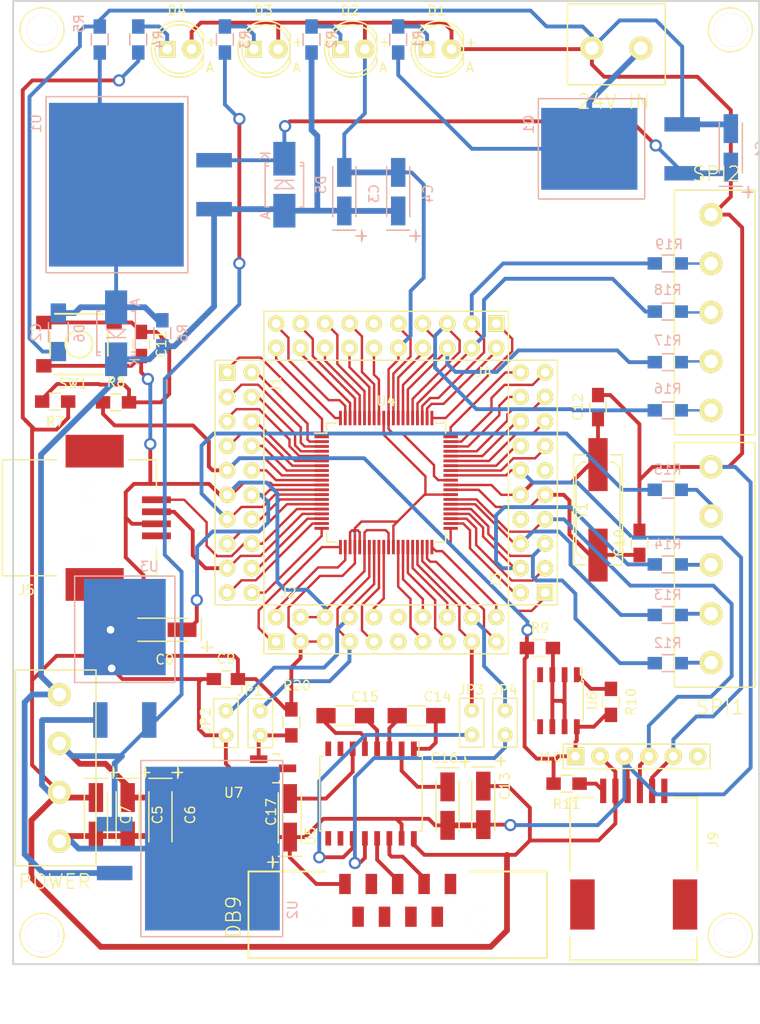
<source format=kicad_pcb>
(kicad_pcb (version 4) (host pcbnew no-vcs-found-product)
  (layers (0 F.Cu signal) (31 B.Cu signal hide) (34 B.Paste user) (35 F.Paste user) (36 B.SilkS user) (37 F.SilkS user) (38 B.Mask user) (39 F.Mask user) (44 Edge.Cuts user))
  (net 0 "")
  (net 1 GND)
  (net 2 "Net-(C1-Pad1)")
  (net 3 "Net-(C2-Pad1)")
  (net 4 +14V)
  (net 5 +5V)
  (net 6 +3.3V)
  (net 7 "Net-(C11-Pad1)")
  (net 8 "Net-(C14-Pad1)")
  (net 9 "Net-(C14-Pad2)")
  (net 10 "Net-(C15-Pad1)")
  (net 11 "Net-(C15-Pad2)")
  (net 12 "Net-(C16-Pad1)")
  (net 13 "Net-(C17-Pad2)")
  (net 14 RA5)
  (net 15 RE2)
  (net 16 RA4)
  (net 17 RE3)
  (net 18 RA3)
  (net 19 RC5)
  (net 20 RC7)
  (net 21 RC4)
  (net 22 RC6)
  (net 23 RC3)
  (net 24 RB7)
  (net 25 RA0)
  (net 26 RB6)
  (net 27 RA1)
  (net 28 RB5)
  (net 29 RA2)
  (net 30 RB4)
  (net 31 RC0)
  (net 32 RB3)
  (net 33 RC1)
  (net 34 RB2)
  (net 35 RC2)
  (net 36 RB1)
  (net 37 RB0)
  (net 38 RD0)
  (net 39 RD1)
  (net 40 RD2)
  (net 41 RD3)
  (net 42 RD5)
  (net 43 RD4)
  (net 44 RD7)
  (net 45 RD6)
  (net 46 RE1)
  (net 47 RE0)
  (net 48 RG0)
  (net 49 RG1)
  (net 50 RG2)
  (net 51 RG3)
  (net 52 ~MCLR)
  (net 53 RG4)
  (net 54 "Net-(J3-Pad8)")
  (net 55 RF2)
  (net 56 RJ0)
  (net 57 RJ1)
  (net 58 RJ2)
  (net 59 RJ3)
  (net 60 RJ5)
  (net 61 RJ4)
  (net 62 RJ7)
  (net 63 RJ6)
  (net 64 VCOM)
  (net 65 "Net-(J6-Pad6)")
  (net 66 "Net-(J6-Pad7)")
  (net 67 "Net-(J6-Pad8)")
  (net 68 "Net-(J6-Pad9)")
  (net 69 "Net-(J6-Pad1)")
  (net 70 "Net-(J6-Pad2)")
  (net 71 "Net-(J6-Pad3)")
  (net 72 "Net-(J6-Pad4)")
  (net 73 "Net-(J7-Pad1)")
  (net 74 "Net-(J7-Pad2)")
  (net 75 "Net-(J7-Pad3)")
  (net 76 "Net-(J7-Pad4)")
  (net 77 "Net-(J8-Pad1)")
  (net 78 "Net-(J8-Pad2)")
  (net 79 "Net-(J8-Pad3)")
  (net 80 "Net-(J8-Pad4)")
  (net 81 "Net-(J9-Pad1)")
  (net 82 "Net-(J9-Pad6)")
  (net 83 "Net-(J10-Pad6)")
  (net 84 +24V)
  (net 85 "Net-(JP1-Pad2)")
  (net 86 "Net-(JP3-Pad1)")
  (net 87 "Net-(JP4-Pad1)")
  (net 88 "Net-(D1-Pad1)")
  (net 89 "Net-(D2-Pad1)")
  (net 90 "Net-(D3-Pad1)")
  (net 91 "Net-(D4-Pad1)")
  (net 92 "Net-(R9-Pad2)")
  (net 93 "Net-(R10-Pad1)")
  (net 94 RF7)
  (net 95 RH2)
  (net 96 RH3)
  (net 97 RF6)
  (net 98 RF5)
  (net 99 RH7)
  (net 100 RH6)
  (net 101 RH5)
  (net 102 RH4)
  (net 103 RE7)
  (net 104 RE6)
  (net 105 RE5)
  (net 106 RE4)
  (net 107 RH0)
  (net 108 RH1)
  (net 109 "Net-(U5-Pad7)")
  (net 110 "Net-(U5-Pad8)")
  (net 111 "Net-(U5-Pad9)")
  (net 112 "Net-(U5-Pad10)")
  (net 113 "Net-(U6-Pad4)")
  (net 114 "Net-(U6-Pad5)")
  (net 115 "Net-(U7-Pad3)")
  (net 116 VDDCORE)
  (net 117 RA6)
  (net 118 RF4)
  (net 119 RF3)
  (net 120 "Net-(J2-Pad11)")
  (net 121 "Net-(J2-Pad12)")
  (net 122 "Net-(J3-Pad11)")
  (net 123 "Net-(J4-Pad11)")
  (net 124 OSC1)
  (module Connect:1pin (layer F.Cu) (at 53 147)
    (fp_text reference REF** hide)
    (fp_text value 1pin hide)
    (pad 1 thru_hole circle (at 0 0) (size 3.5 3.5) (drill 3.5) (layers *.Cu *.Mask F.SilkS))
  )
  (module Connect:1pin (layer F.Cu) (at 124.5 147)
    (fp_text reference REF** hide)
    (fp_text value 1pin hide)
    (pad 1 thru_hole circle (at 0 0) (size 3.5 3.5) (drill 3.5) (layers *.Cu *.Mask F.SilkS))
  )
  (module Connect:1pin (layer F.Cu) (at 53 53)
    (fp_text reference REF** hide)
    (fp_text value 1pin hide)
    (pad 1 thru_hole circle (at 0 0) (size 3.2 3.2) (drill 3.2) (layers *.Cu *.Mask F.SilkS))
  )
  (module Capacitors_Tantalum_SMD:TantalC_SizeA_EIA-3216_HandSoldering (layer B.Cu) (at 124.55 65.25 90)
    (fp_text reference C1 (at -0.20066 3.0988 90) (layer B.SilkS) (effects (justify mirror)))
    (fp_text value CP)
    (fp_text user + (at -4.59994 1.80086 90) (layer B.SilkS) (effects (justify mirror)))
    (pad 2 smd rect (at 1.99898 0 90) (size 2.99974 1.50114) (layers B.Cu B.Paste B.Mask) (net 1 GND))
    (pad 1 smd rect (at -1.99898 0 90) (size 2.99974 1.50114) (layers B.Cu B.Paste B.Mask) (net 2 "Net-(C1-Pad1)"))
  )
  (module Capacitors_SMD:C_1206_HandSoldering (layer B.Cu) (at 54.7 84.4 270)
    (fp_text reference C2 (at 0 2.3 270) (layer B.SilkS) (effects (justify mirror)))
    (fp_text value C hide)
    (pad 1 smd rect (at -2 0 270) (size 2 1.6) (layers B.Cu B.Paste B.Mask) (net 3 "Net-(C2-Pad1)"))
    (pad 2 smd rect (at 2 0 270) (size 2 1.6) (layers B.Cu B.Paste B.Mask) (net 1 GND))
  )
  (module Capacitors_Tantalum_SMD:TantalC_SizeA_EIA-3216_HandSoldering (layer B.Cu) (at 84.4 69.8 90)
    (fp_text reference C3 (at -0.20066 3.0988 90) (layer B.SilkS) (effects (justify mirror)))
    (fp_text value CP hide)
    (fp_text user + (at -4.59994 1.80086 90) (layer B.SilkS) (effects (justify mirror)))
    (pad 2 smd rect (at 1.99898 0 90) (size 2.99974 1.50114) (layers B.Cu B.Paste B.Mask) (net 1 GND))
    (pad 1 smd rect (at -1.99898 0 90) (size 2.99974 1.50114) (layers B.Cu B.Paste B.Mask) (net 4 +14V))
  )
  (module Capacitors_Tantalum_SMD:TantalC_SizeA_EIA-3216_HandSoldering (layer B.Cu) (at 90 69.8 90)
    (fp_text reference C4 (at -0.20066 3.0988 90) (layer B.SilkS) (effects (justify mirror)))
    (fp_text value CP hide)
    (fp_text user + (at -4.59994 1.80086 90) (layer B.SilkS) (effects (justify mirror)))
    (pad 2 smd rect (at 1.99898 0 90) (size 2.99974 1.50114) (layers B.Cu B.Paste B.Mask) (net 1 GND))
    (pad 1 smd rect (at -1.99898 0 90) (size 2.99974 1.50114) (layers B.Cu B.Paste B.Mask) (net 4 +14V))
  )
  (module Capacitors_Tantalum_SMD:TantalC_SizeA_EIA-3216_HandSoldering (layer F.Cu) (at 61.9 134.7 270)
    (fp_text reference C5 (at -0.20066 -3.0988 270) (layer F.SilkS))
    (fp_text value CP hide)
    (fp_text user + (at -4.59994 -1.80086 270) (layer F.SilkS))
    (pad 2 smd rect (at 1.99898 0 270) (size 2.99974 1.50114) (layers F.Cu F.Paste F.Mask) (net 1 GND))
    (pad 1 smd rect (at -1.99898 0 270) (size 2.99974 1.50114) (layers F.Cu F.Paste F.Mask) (net 5 +5V))
  )
  (module Capacitors_Tantalum_SMD:TantalC_SizeA_EIA-3216_HandSoldering (layer F.Cu) (at 65.3 134.7 270)
    (fp_text reference C6 (at -0.20066 -3.0988 270) (layer F.SilkS))
    (fp_text value CP hide)
    (fp_text user + (at -4.59994 -1.80086 270) (layer F.SilkS))
    (pad 2 smd rect (at 1.99898 0 270) (size 2.99974 1.50114) (layers F.Cu F.Paste F.Mask) (net 1 GND))
    (pad 1 smd rect (at -1.99898 0 270) (size 2.99974 1.50114) (layers F.Cu F.Paste F.Mask) (net 5 +5V))
  )
  (module Capacitors_Tantalum_SMD:TantalC_SizeA_EIA-3216_HandSoldering (layer F.Cu) (at 58.6 134.7 270)
    (fp_text reference C7 (at -0.20066 -3.0988 270) (layer F.SilkS))
    (fp_text value CP)
    (fp_text user + (at -4.59994 -1.80086 270) (layer F.SilkS))
    (pad 2 smd rect (at 1.99898 0 270) (size 2.99974 1.50114) (layers F.Cu F.Paste F.Mask) (net 1 GND))
    (pad 1 smd rect (at -1.99898 0 270) (size 2.99974 1.50114) (layers F.Cu F.Paste F.Mask) (net 6 +3.3V))
  )
  (module Capacitors_Tantalum_SMD:TantalC_SizeA_EIA-3216_HandSoldering (layer F.Cu) (at 65.55 115.28 180)
    (fp_text reference C8 (at -0.20066 -3.0988 180) (layer F.SilkS))
    (fp_text value CP hide)
    (fp_text user + (at -4.59994 -1.80086 180) (layer F.SilkS))
    (pad 2 smd rect (at 1.99898 0 180) (size 2.99974 1.50114) (layers F.Cu F.Paste F.Mask) (net 1 GND))
    (pad 1 smd rect (at -1.99898 0 180) (size 2.99974 1.50114) (layers F.Cu F.Paste F.Mask) (net 116 VDDCORE))
  )
  (module Capacitors_SMD:C_0805_HandSoldering (layer F.Cu) (at 72.1 120.4)
    (fp_text reference C9 (at 0 -2.1) (layer F.SilkS))
    (fp_text value 18pF hide)
    (pad 1 smd rect (at -1.25 0) (size 1.5 1.25) (layers F.Cu F.Paste F.Mask) (net 1 GND))
    (pad 2 smd rect (at 1.25 0) (size 1.5 1.25) (layers F.Cu F.Paste F.Mask) (net 6 +3.3V))
  )
  (module Capacitors_SMD:C_0805_HandSoldering (layer F.Cu) (at 115.06 106.26 90)
    (fp_text reference C10 (at 0 -2.1 90) (layer F.SilkS))
    (fp_text value 18pF hide)
    (pad 1 smd rect (at -1.25 0 90) (size 1.5 1.25) (layers F.Cu F.Paste F.Mask) (net 124 OSC1))
    (pad 2 smd rect (at 1.25 0 90) (size 1.5 1.25) (layers F.Cu F.Paste F.Mask) (net 1 GND))
  )
  (module Capacitors_SMD:C_0805_HandSoldering (layer F.Cu) (at 63.3 85.61 270)
    (fp_text reference C11 (at 0 -2.1 270) (layer F.SilkS))
    (fp_text value 10nF hide)
    (pad 1 smd rect (at -1.25 0 270) (size 1.5 1.25) (layers F.Cu F.Paste F.Mask) (net 7 "Net-(C11-Pad1)"))
    (pad 2 smd rect (at 1.25 0 270) (size 1.5 1.25) (layers F.Cu F.Paste F.Mask) (net 1 GND))
  )
  (module Capacitors_SMD:C_0805_HandSoldering (layer F.Cu) (at 110.754 92.164 90)
    (fp_text reference C12 (at 0 -2.1 90) (layer F.SilkS))
    (fp_text value 18pF hide)
    (pad 1 smd rect (at -1.25 0 90) (size 1.5 1.25) (layers F.Cu F.Paste F.Mask) (net 117 RA6))
    (pad 2 smd rect (at 1.25 0 90) (size 1.5 1.25) (layers F.Cu F.Paste F.Mask) (net 1 GND))
  )
  (module Capacitors_Tantalum_SMD:TantalC_SizeA_EIA-3216_HandSoldering (layer F.Cu) (at 98.8387 133.5151 270)
    (fp_text reference C13 (at -1.9951 -2.2413 270) (layer F.SilkS))
    (fp_text value CP hide)
    (fp_text user + (at -4.59994 -1.80086 270) (layer F.SilkS))
    (pad 2 smd rect (at 1.99898 0 270) (size 2.99974 1.50114) (layers F.Cu F.Paste F.Mask) (net 1 GND))
    (pad 1 smd rect (at -1.99898 0 270) (size 2.99974 1.50114) (layers F.Cu F.Paste F.Mask) (net 6 +3.3V))
  )
  (module Capacitors_SMD:C_1206_HandSoldering (layer F.Cu) (at 91.9 124.2 180)
    (fp_text reference C14 (at -2.1844 1.97 180) (layer F.SilkS))
    (fp_text value C hide)
    (pad 1 smd rect (at -2 0 180) (size 2 1.6) (layers F.Cu F.Paste F.Mask) (net 8 "Net-(C14-Pad1)"))
    (pad 2 smd rect (at 2 0 180) (size 2 1.6) (layers F.Cu F.Paste F.Mask) (net 9 "Net-(C14-Pad2)"))
  )
  (module Capacitors_SMD:C_1206_HandSoldering (layer F.Cu) (at 84.5 124.2 180)
    (fp_text reference C15 (at -2.0574 1.97 180) (layer F.SilkS))
    (fp_text value C hide)
    (pad 1 smd rect (at -2 0 180) (size 2 1.6) (layers F.Cu F.Paste F.Mask) (net 10 "Net-(C15-Pad1)"))
    (pad 2 smd rect (at 2 0 180) (size 2 1.6) (layers F.Cu F.Paste F.Mask) (net 11 "Net-(C15-Pad2)"))
  )
  (module Capacitors_Tantalum_SMD:TantalC_SizeA_EIA-3216_HandSoldering (layer F.Cu) (at 95.1303 133.5913 270)
    (fp_text reference C16 (at -5.0013 0.3403 360) (layer F.SilkS))
    (fp_text value CP hide)
    (fp_text user + (at -4.59994 -1.80086 270) (layer F.SilkS))
    (pad 2 smd rect (at 1.99898 0 270) (size 2.99974 1.50114) (layers F.Cu F.Paste F.Mask) (net 1 GND))
    (pad 1 smd rect (at -1.99898 0 270) (size 2.99974 1.50114) (layers F.Cu F.Paste F.Mask) (net 12 "Net-(C16-Pad1)"))
  )
  (module Capacitors_Tantalum_SMD:TantalC_SizeA_EIA-3216_HandSoldering (layer F.Cu) (at 78.738 134.808 90)
    (fp_text reference C17 (at 0.608 -1.938 90) (layer F.SilkS))
    (fp_text value CP hide)
    (fp_text user + (at -4.59994 -1.80086 90) (layer F.SilkS))
    (pad 2 smd rect (at 1.99898 0 90) (size 2.99974 1.50114) (layers F.Cu F.Paste F.Mask) (net 13 "Net-(C17-Pad2)"))
    (pad 1 smd rect (at -1.99898 0 90) (size 2.99974 1.50114) (layers F.Cu F.Paste F.Mask) (net 1 GND))
  )
  (module Diodes_SMD:Diode-SMB_Handsoldering (layer B.Cu) (at 78.175 69.075 90)
    (fp_text reference D5 (at 0 3.81 90) (layer B.SilkS) (effects (justify mirror)))
    (fp_text value D)
    (fp_text user A (at -3.2004 -1.95072 90) (layer B.SilkS) (effects (justify mirror)))
    (fp_text user K (at 2.99974 -1.95072 90) (layer B.SilkS) (effects (justify mirror)))
    (pad 1 smd rect (at -2.70002 0 90) (size 3.50012 2.30124) (layers B.Cu B.Paste B.Mask) (net 4 +14V))
    (pad 2 smd rect (at 2.70002 0 90) (size 3.50012 2.30124) (layers B.Cu B.Paste B.Mask) (net 2 "Net-(C1-Pad1)"))
  )
  (module Diodes_SMD:Diode-SMB_Handsoldering (layer B.Cu) (at 60.7 84.5 270)
    (fp_text reference D6 (at 0 3.81 270) (layer B.SilkS) (effects (justify mirror)))
    (fp_text value D)
    (fp_text user A (at -3.2004 -1.95072 270) (layer B.SilkS) (effects (justify mirror)))
    (fp_text user K (at 2.99974 -1.95072 270) (layer B.SilkS) (effects (justify mirror)))
    (pad 1 smd rect (at -2.70002 0 270) (size 3.50012 2.30124) (layers B.Cu B.Paste B.Mask) (net 3 "Net-(C2-Pad1)"))
    (pad 2 smd rect (at 2.70002 0 270) (size 3.50012 2.30124) (layers B.Cu B.Paste B.Mask) (net 4 +14V))
  )
  (module bjh-kicad-connector-fp:USB2.0-B-RCPT-SMT-TEConn-1734346-1 (layer F.Cu) (at 48.888 103.658 270)
    (fp_text reference J5 (at 7.5 -2.5 360) (layer F.SilkS))
    (fp_text value USB)
    (pad 2 smd rect (at -0.625 -16 270) (size 0.7 3) (layers F.Cu F.Paste F.Mask) (net 119 RF3))
    (pad 4 smd rect (at 0.625 -16 270) (size 0.7 3) (layers F.Cu F.Paste F.Mask) (net 1 GND))
    (pad 3 smd rect (at -1.875 -16 270) (size 0.7 3) (layers F.Cu F.Paste F.Mask) (net 118 RF4))
    (pad 1 smd rect (at 1.875 -16 270) (size 0.7 3) (layers F.Cu F.Paste F.Mask) (net 64 VCOM))
    (pad "" np_thru_hole circle (at 2.75 -9 270) (size 1.5 1.5) (drill 1.5) (layers *.Cu *.Mask F.SilkS))
    (pad "" np_thru_hole circle (at -2.75 -9 270) (size 1.5 1.5) (drill 1.5) (layers *.Cu *.Mask F.SilkS))
    (pad "" smd rect (at 6.92 -9.58 270) (size 3.4 6.04) (layers F.Cu F.Paste F.Mask))
    (pad "" smd rect (at -6.92 -9.58 270) (size 3.4 6.04) (layers F.Cu F.Paste F.Mask))
  )
  (module bjh-kicad-connector-fp:Weidmuller-SL-5.08-Vertical-5Pole (layer F.Cu) (at 122.5 118.7 90)
    (fp_text reference J7 hide)
    (fp_text value SPI1 (at -4.62 0.94 180) (layer F.SilkS) (effects (font (size 1.5 1.5))))
    (pad 1 thru_hole circle (at 0 0 90) (size 2.4 2.4) (drill 1.4) (layers *.Cu *.Mask F.SilkS) (net 73 "Net-(J7-Pad1)"))
    (pad 2 thru_hole circle (at 5.08 0 90) (size 2.4 2.4) (drill 1.4) (layers *.Cu *.Mask F.SilkS) (net 74 "Net-(J7-Pad2)"))
    (pad 3 thru_hole circle (at 10.16 0 90) (size 2.4 2.4) (drill 1.4) (layers *.Cu *.Mask F.SilkS) (net 75 "Net-(J7-Pad3)"))
    (pad 4 thru_hole circle (at 15.24 0 90) (size 2.4 2.4) (drill 1.4) (layers *.Cu *.Mask F.SilkS) (net 76 "Net-(J7-Pad4)"))
    (pad 5 thru_hole circle (at 20.32 0 90) (size 2.4 2.4) (drill 1.4) (layers *.Cu *.Mask F.SilkS) (net 1 GND))
  )
  (module bjh-kicad-connector-fp:Weidmuller-SL-5.08-Vertical-5Pole (layer F.Cu) (at 122.5 92.5 90)
    (fp_text reference J8 hide)
    (fp_text value SPI2 (at 24.55 0.56 180) (layer F.SilkS) (effects (font (size 1.5 1.5))))
    (pad 1 thru_hole circle (at 0 0 90) (size 2.4 2.4) (drill 1.4) (layers *.Cu *.Mask F.SilkS) (net 77 "Net-(J8-Pad1)"))
    (pad 2 thru_hole circle (at 5.08 0 90) (size 2.4 2.4) (drill 1.4) (layers *.Cu *.Mask F.SilkS) (net 78 "Net-(J8-Pad2)"))
    (pad 3 thru_hole circle (at 10.16 0 90) (size 2.4 2.4) (drill 1.4) (layers *.Cu *.Mask F.SilkS) (net 79 "Net-(J8-Pad3)"))
    (pad 4 thru_hole circle (at 15.24 0 90) (size 2.4 2.4) (drill 1.4) (layers *.Cu *.Mask F.SilkS) (net 80 "Net-(J8-Pad4)"))
    (pad 5 thru_hole circle (at 20.32 0 90) (size 2.4 2.4) (drill 1.4) (layers *.Cu *.Mask F.SilkS) (net 1 GND))
  )
  (module bjh-kicad-connector-fp:Molex-44144-0005-RJ11-Jack-6Way-SMT (layer F.Cu) (at 114.468 133.278)
    (fp_text reference J9 (at 8.255 3.81 270) (layer F.SilkS))
    (fp_text value "RJ11 ICD" hide)
    (pad 1 smd rect (at -3.175 -1.27) (size 0.64 2.54) (layers F.Cu F.Paste F.Mask) (net 81 "Net-(J9-Pad1)"))
    (pad 2 smd rect (at -1.905 -1.27) (size 0.64 2.54) (layers F.Cu F.Paste F.Mask) (net 6 +3.3V))
    (pad 3 smd rect (at -0.635 -1.27) (size 0.64 2.54) (layers F.Cu F.Paste F.Mask) (net 1 GND))
    (pad 4 smd rect (at 0.635 -1.27) (size 0.64 2.54) (layers F.Cu F.Paste F.Mask) (net 24 RB7))
    (pad 5 smd rect (at 1.905 -1.27) (size 0.64 2.54) (layers F.Cu F.Paste F.Mask) (net 26 RB6))
    (pad 6 smd rect (at 3.175 -1.27) (size 0.64 2.54) (layers F.Cu F.Paste F.Mask) (net 82 "Net-(J9-Pad6)"))
    (pad "" smd rect (at -5.33 10.525) (size 2.54 5.21) (layers F.Cu F.Paste F.Mask))
    (pad "" smd rect (at 5.33 10.525) (size 2.54 5.21) (layers F.Cu F.Paste F.Mask))
  )
  (module bjh-kicad-connector-fp:Weidmuller-SL-5.08-Vertical-2Pole (layer F.Cu) (at 115.2 54.9 180)
    (fp_text reference J11 hide)
    (fp_text value "24V IN" (at 2.83 -5.55 360) (layer F.SilkS) (effects (font (size 1.5 1.5))))
    (pad 1 thru_hole circle (at 0 0 180) (size 2.4 2.4) (drill 1.4) (layers *.Cu *.Mask F.SilkS) (net 84 +24V))
    (pad 2 thru_hole circle (at 5.08 0 180) (size 2.4 2.4) (drill 1.4) (layers *.Cu *.Mask F.SilkS) (net 1 GND))
  )
  (module bjh-kicad-connector-fp:Weidmuller-SL-5.08-Vertical-4Pole (layer F.Cu) (at 54.8 122 270)
    (fp_text reference J12 hide)
    (fp_text value POWER (at 19.43 0.48 360) (layer F.SilkS) (effects (font (size 1.5 1.5))))
    (pad 1 thru_hole circle (at 0 0 270) (size 2.4 2.4) (drill 1.4) (layers *.Cu *.Mask F.SilkS) (net 4 +14V))
    (pad 2 thru_hole circle (at 5.08 0 270) (size 2.4 2.4) (drill 1.4) (layers *.Cu *.Mask F.SilkS) (net 5 +5V))
    (pad 3 thru_hole circle (at 10.16 0 270) (size 2.4 2.4) (drill 1.4) (layers *.Cu *.Mask F.SilkS) (net 6 +3.3V))
    (pad 4 thru_hole circle (at 15.24 0 270) (size 2.4 2.4) (drill 1.4) (layers *.Cu *.Mask F.SilkS) (net 1 GND))
  )
  (module bjh-kicad-connector-fp:jumper-2way-through-hole (layer F.Cu) (at 75.678 123.708 270)
    (fp_text reference JP1 (at -2.108 1.078 360) (layer F.SilkS))
    (fp_text value Jumper hide)
    (pad 1 thru_hole circle (at 0 0 270) (size 1.524 1.524) (drill 0.762) (layers *.Cu *.Mask F.SilkS) (net 18 RA3))
    (pad 2 thru_hole circle (at 2.54 0 270) (size 1.524 1.524) (drill 0.762) (layers *.Cu *.Mask F.SilkS) (net 85 "Net-(JP1-Pad2)"))
  )
  (module bjh-kicad-connector-fp:jumper-2way-through-hole (layer F.Cu) (at 72.1 123.7 270)
    (fp_text reference JP2 (at 1 2.1 270) (layer F.SilkS))
    (fp_text value Jumper hide)
    (pad 1 thru_hole circle (at 0 0 270) (size 1.524 1.524) (drill 0.762) (layers *.Cu *.Mask F.SilkS) (net 29 RA2))
    (pad 2 thru_hole circle (at 2.54 0 270) (size 1.524 1.524) (drill 0.762) (layers *.Cu *.Mask F.SilkS) (net 1 GND))
  )
  (module bjh-kicad-connector-fp:jumper-2way-through-hole (layer F.Cu) (at 97.64 126.2 90)
    (fp_text reference JP3 (at 4.6736 -0.0332 360) (layer F.SilkS))
    (fp_text value Jumper hide)
    (pad 1 thru_hole circle (at 0 0 90) (size 1.524 1.524) (drill 0.762) (layers *.Cu *.Mask F.SilkS) (net 86 "Net-(JP3-Pad1)"))
    (pad 2 thru_hole circle (at 2.54 0 90) (size 1.524 1.524) (drill 0.762) (layers *.Cu *.Mask F.SilkS) (net 22 RC6))
  )
  (module bjh-kicad-connector-fp:jumper-2way-through-hole (layer F.Cu) (at 101.1 126.2 90)
    (fp_text reference JP4 (at 4.6736 -0.0508 180) (layer F.SilkS))
    (fp_text value Jumper hide)
    (pad 1 thru_hole circle (at 0 0 90) (size 1.524 1.524) (drill 0.762) (layers *.Cu *.Mask F.SilkS) (net 87 "Net-(JP4-Pad1)"))
    (pad 2 thru_hole circle (at 2.54 0 90) (size 1.524 1.524) (drill 0.762) (layers *.Cu *.Mask F.SilkS) (net 20 RC7))
  )
  (module bjh-kicad-transistor-fp:TO-263 (layer B.Cu) (at 121.35 65.35 270)
    (fp_text reference Q1 (at -2.54 17.78 270) (layer B.SilkS) (effects (justify mirror)))
    (fp_text value Q_PMOS_GDS hide)
    (pad 3 smd rect (at 2.54 1.85 270) (size 1.5 3.7) (layers B.Cu B.Paste B.Mask) (net 2 "Net-(C1-Pad1)"))
    (pad 1 smd rect (at -2.54 1.85 270) (size 1.5 3.7) (layers B.Cu B.Paste B.Mask) (net 1 GND))
    (pad 2 smd rect (at 0 11.5 270) (size 8.5 10) (layers B.Cu B.Paste B.Mask) (net 84 +24V))
  )
  (module Resistors_SMD:R_0805_HandSoldering (layer B.Cu) (at 90 54 90)
    (fp_text reference R1 (at 0 2.1 90) (layer B.SilkS) (effects (justify mirror)))
    (fp_text value R hide)
    (pad 1 smd rect (at -1.35 0 90) (size 1.5 1.3) (layers B.Cu B.Paste B.Mask) (net 84 +24V))
    (pad 2 smd rect (at 1.35 0 90) (size 1.5 1.3) (layers B.Cu B.Paste B.Mask) (net 88 "Net-(D1-Pad1)"))
  )
  (module Resistors_SMD:R_0805_HandSoldering (layer B.Cu) (at 81 54 90)
    (fp_text reference R2 (at 0 2.1 90) (layer B.SilkS) (effects (justify mirror)))
    (fp_text value R hide)
    (pad 1 smd rect (at -1.35 0 90) (size 1.5 1.3) (layers B.Cu B.Paste B.Mask) (net 4 +14V))
    (pad 2 smd rect (at 1.35 0 90) (size 1.5 1.3) (layers B.Cu B.Paste B.Mask) (net 89 "Net-(D2-Pad1)"))
  )
  (module Resistors_SMD:R_0805_HandSoldering (layer B.Cu) (at 72 54 90)
    (fp_text reference R3 (at 0 2.1 90) (layer B.SilkS) (effects (justify mirror)))
    (fp_text value R hide)
    (pad 1 smd rect (at -1.35 0 90) (size 1.5 1.3) (layers B.Cu B.Paste B.Mask) (net 5 +5V))
    (pad 2 smd rect (at 1.35 0 90) (size 1.5 1.3) (layers B.Cu B.Paste B.Mask) (net 90 "Net-(D3-Pad1)"))
  )
  (module Resistors_SMD:R_0805_HandSoldering (layer B.Cu) (at 63 54 90)
    (fp_text reference R4 (at 0 2.1 90) (layer B.SilkS) (effects (justify mirror)))
    (fp_text value R hide)
    (pad 1 smd rect (at -1.35 0 90) (size 1.5 1.3) (layers B.Cu B.Paste B.Mask) (net 6 +3.3V))
    (pad 2 smd rect (at 1.35 0 90) (size 1.5 1.3) (layers B.Cu B.Paste B.Mask) (net 91 "Net-(D4-Pad1)"))
  )
  (module Resistors_SMD:R_0805_HandSoldering (layer B.Cu) (at 59 54 90)
    (fp_text reference R5 (at 1.65 -2.15 90) (layer B.SilkS) (effects (justify mirror)))
    (fp_text value R hide)
    (pad 1 smd rect (at -1.35 0 90) (size 1.5 1.3) (layers B.Cu B.Paste B.Mask) (net 3 "Net-(C2-Pad1)"))
    (pad 2 smd rect (at 1.35 0 90) (size 1.5 1.3) (layers B.Cu B.Paste B.Mask) (net 1 GND))
  )
  (module Resistors_SMD:R_0805_HandSoldering (layer B.Cu) (at 65.5 84.5 90)
    (fp_text reference R6 (at 0 2.1 90) (layer B.SilkS) (effects (justify mirror)))
    (fp_text value R)
    (pad 1 smd rect (at -1.35 0 90) (size 1.5 1.3) (layers B.Cu B.Paste B.Mask) (net 4 +14V))
    (pad 2 smd rect (at 1.35 0 90) (size 1.5 1.3) (layers B.Cu B.Paste B.Mask) (net 3 "Net-(C2-Pad1)"))
  )
  (module Resistors_SMD:R_0805_HandSoldering (layer F.Cu) (at 54.37 91.59 180)
    (fp_text reference R7 (at 0 -2.1 180) (layer F.SilkS))
    (fp_text value 15K hide)
    (pad 1 smd rect (at -1.35 0 180) (size 1.5 1.3) (layers F.Cu F.Paste F.Mask) (net 6 +3.3V))
    (pad 2 smd rect (at 1.35 0 180) (size 1.5 1.3) (layers F.Cu F.Paste F.Mask) (net 7 "Net-(C11-Pad1)"))
  )
  (module Resistors_SMD:R_0805_HandSoldering (layer F.Cu) (at 60.69 91.67)
    (fp_text reference R8 (at 0 -2.1) (layer F.SilkS))
    (fp_text value 100 hide)
    (pad 1 smd rect (at -1.35 0) (size 1.5 1.3) (layers F.Cu F.Paste F.Mask) (net 52 ~MCLR))
    (pad 2 smd rect (at 1.35 0) (size 1.5 1.3) (layers F.Cu F.Paste F.Mask) (net 7 "Net-(C11-Pad1)"))
  )
  (module Resistors_SMD:R_0805_HandSoldering (layer F.Cu) (at 104.72 117.18)
    (fp_text reference R9 (at 0 -2.1) (layer F.SilkS))
    (fp_text value R hide)
    (pad 1 smd rect (at -1.35 0) (size 1.5 1.3) (layers F.Cu F.Paste F.Mask) (net 52 ~MCLR))
    (pad 2 smd rect (at 1.35 0) (size 1.5 1.3) (layers F.Cu F.Paste F.Mask) (net 92 "Net-(R9-Pad2)"))
  )
  (module Resistors_SMD:R_0805_HandSoldering (layer F.Cu) (at 112.098 122.768 270)
    (fp_text reference R10 (at 0 -2.1 270) (layer F.SilkS))
    (fp_text value R hide)
    (pad 1 smd rect (at -1.35 0 270) (size 1.5 1.3) (layers F.Cu F.Paste F.Mask) (net 93 "Net-(R10-Pad1)"))
    (pad 2 smd rect (at 1.35 0 270) (size 1.5 1.3) (layers F.Cu F.Paste F.Mask) (net 52 ~MCLR))
  )
  (module Resistors_SMD:R_0805_HandSoldering (layer F.Cu) (at 107.488 131.258 180)
    (fp_text reference R11 (at 0 -2.1 180) (layer F.SilkS))
    (fp_text value R hide)
    (pad 1 smd rect (at -1.35 0 180) (size 1.5 1.3) (layers F.Cu F.Paste F.Mask) (net 81 "Net-(J9-Pad1)"))
    (pad 2 smd rect (at 1.35 0 180) (size 1.5 1.3) (layers F.Cu F.Paste F.Mask) (net 52 ~MCLR))
  )
  (module Resistors_SMD:R_0805_HandSoldering (layer B.Cu) (at 118 118.75 180)
    (fp_text reference R12 (at 0 2.1 180) (layer B.SilkS) (effects (justify mirror)))
    (fp_text value R hide)
    (pad 1 smd rect (at -1.35 0 180) (size 1.5 1.3) (layers B.Cu B.Paste B.Mask) (net 73 "Net-(J7-Pad1)"))
    (pad 2 smd rect (at 1.35 0 180) (size 1.5 1.3) (layers B.Cu B.Paste B.Mask) (net 21 RC4))
  )
  (module Resistors_SMD:R_0805_HandSoldering (layer B.Cu) (at 118 113.75 180)
    (fp_text reference R13 (at 0 2.1 180) (layer B.SilkS) (effects (justify mirror)))
    (fp_text value R hide)
    (pad 1 smd rect (at -1.35 0 180) (size 1.5 1.3) (layers B.Cu B.Paste B.Mask) (net 74 "Net-(J7-Pad2)"))
    (pad 2 smd rect (at 1.35 0 180) (size 1.5 1.3) (layers B.Cu B.Paste B.Mask) (net 19 RC5))
  )
  (module Resistors_SMD:R_0805_HandSoldering (layer B.Cu) (at 118 108.5 180)
    (fp_text reference R14 (at 0 2.1 180) (layer B.SilkS) (effects (justify mirror)))
    (fp_text value R hide)
    (pad 1 smd rect (at -1.35 0 180) (size 1.5 1.3) (layers B.Cu B.Paste B.Mask) (net 75 "Net-(J7-Pad3)"))
    (pad 2 smd rect (at 1.35 0 180) (size 1.5 1.3) (layers B.Cu B.Paste B.Mask) (net 23 RC3))
  )
  (module Resistors_SMD:R_0805_HandSoldering (layer B.Cu) (at 118 100.75 180)
    (fp_text reference R15 (at 0 2.1 180) (layer B.SilkS) (effects (justify mirror)))
    (fp_text value R hide)
    (pad 1 smd rect (at -1.35 0 180) (size 1.5 1.3) (layers B.Cu B.Paste B.Mask) (net 76 "Net-(J7-Pad4)"))
    (pad 2 smd rect (at 1.35 0 180) (size 1.5 1.3) (layers B.Cu B.Paste B.Mask) (net 94 RF7))
  )
  (module Resistors_SMD:R_0805_HandSoldering (layer B.Cu) (at 118 92.5 180)
    (fp_text reference R16 (at 0 2.25 180) (layer B.SilkS) (effects (justify mirror)))
    (fp_text value R hide)
    (pad 1 smd rect (at -1.35 0 180) (size 1.5 1.3) (layers B.Cu B.Paste B.Mask) (net 77 "Net-(J8-Pad1)"))
    (pad 2 smd rect (at 1.35 0 180) (size 1.5 1.3) (layers B.Cu B.Paste B.Mask) (net 42 RD5))
  )
  (module Resistors_SMD:R_0805_HandSoldering (layer B.Cu) (at 118 87.5 180)
    (fp_text reference R17 (at 0 2.25 180) (layer B.SilkS) (effects (justify mirror)))
    (fp_text value R hide)
    (pad 1 smd rect (at -1.35 0 180) (size 1.5 1.3) (layers B.Cu B.Paste B.Mask) (net 78 "Net-(J8-Pad2)"))
    (pad 2 smd rect (at 1.35 0 180) (size 1.5 1.3) (layers B.Cu B.Paste B.Mask) (net 43 RD4))
  )
  (module Resistors_SMD:R_0805_HandSoldering (layer B.Cu) (at 118 82.25 180)
    (fp_text reference R18 (at 0 2.25 180) (layer B.SilkS) (effects (justify mirror)))
    (fp_text value R hide)
    (pad 1 smd rect (at -1.35 0 180) (size 1.5 1.3) (layers B.Cu B.Paste B.Mask) (net 79 "Net-(J8-Pad3)"))
    (pad 2 smd rect (at 1.35 0 180) (size 1.5 1.3) (layers B.Cu B.Paste B.Mask) (net 45 RD6))
  )
  (module Resistors_SMD:R_0805_HandSoldering (layer B.Cu) (at 118 77.25 180)
    (fp_text reference R19 (at -0.14 1.98 180) (layer B.SilkS) (effects (justify mirror)))
    (fp_text value R hide)
    (pad 1 smd rect (at -1.35 0 180) (size 1.5 1.3) (layers B.Cu B.Paste B.Mask) (net 80 "Net-(J8-Pad4)"))
    (pad 2 smd rect (at 1.35 0 180) (size 1.5 1.3) (layers B.Cu B.Paste B.Mask) (net 44 RD7))
  )
  (module Resistors_SMD:R_0805_HandSoldering (layer F.Cu) (at 78.9 124.9 90)
    (fp_text reference R20 (at 3.82 0.58 180) (layer F.SilkS))
    (fp_text value R hide)
    (pad 1 smd rect (at -1.35 0 90) (size 1.5 1.3) (layers F.Cu F.Paste F.Mask) (net 85 "Net-(JP1-Pad2)"))
    (pad 2 smd rect (at 1.35 0 90) (size 1.5 1.3) (layers F.Cu F.Paste F.Mask) (net 6 +3.3V))
  )
  (module bjh-kicad-transistor-fp:TO-263-with-copper-heatsink (layer B.Cu) (at 72.725 69.075 270)
    (fp_text reference U1 (at -6.35 20.32 270) (layer B.SilkS) (effects (justify mirror)))
    (fp_text value REG-LM317)
    (pad 3 smd rect (at 2.54 1.85 270) (size 1.5 3.7) (layers B.Cu B.Paste B.Mask) (net 4 +14V))
    (pad 1 smd rect (at -2.54 1.85 270) (size 1.5 3.7) (layers B.Cu B.Paste B.Mask) (net 2 "Net-(C1-Pad1)"))
    (pad 2 smd rect (at 0 12 270) (size 17 14) (layers B.Cu B.Paste B.Mask) (net 3 "Net-(C2-Pad1)"))
  )
  (module bjh-kicad-transistor-fp:TO-263-with-copper-heatsink (layer B.Cu) (at 58.7 138 90)
    (fp_text reference U2 (at -6.35 20.32 90) (layer B.SilkS) (effects (justify mirror)))
    (fp_text value REG-7805)
    (pad 3 smd rect (at 2.54 1.85 90) (size 1.5 3.7) (layers B.Cu B.Paste B.Mask) (net 5 +5V))
    (pad 1 smd rect (at -2.54 1.85 90) (size 1.5 3.7) (layers B.Cu B.Paste B.Mask) (net 4 +14V))
    (pad 2 smd rect (at 0 12 90) (size 17 14) (layers B.Cu B.Paste B.Mask) (net 1 GND))
  )
  (module bjh-kicad-transistor-fp:TO-263 (layer B.Cu) (at 61.6 126.5 180)
    (fp_text reference U3 (at -2.54 17.78 180) (layer B.SilkS) (effects (justify mirror)))
    (fp_text value LD1086-3.3 hide)
    (pad 3 smd rect (at 2.54 1.85 180) (size 1.5 3.7) (layers B.Cu B.Paste B.Mask) (net 6 +3.3V))
    (pad 1 smd rect (at -2.54 1.85 180) (size 1.5 3.7) (layers B.Cu B.Paste B.Mask) (net 5 +5V))
    (pad 2 smd rect (at 0 11.5 180) (size 8.5 10) (layers B.Cu B.Paste B.Mask) (net 1 GND))
  )
  (module Housings_QFP:TQFP-80_12x12mm_Pitch0.5mm (layer F.Cu) (at 88.75 100)
    (fp_text reference U4 (at 0 -8.45) (layer F.SilkS))
    (fp_text value PIC-18F87J50-TQFP hide)
    (pad 1 smd rect (at -6.7 -4.75) (size 1.5 0.3) (layers F.Cu F.Paste F.Mask) (net 95 RH2))
    (pad 2 smd rect (at -6.7 -4.25) (size 1.5 0.3) (layers F.Cu F.Paste F.Mask) (net 96 RH3))
    (pad 3 smd rect (at -6.7 -3.75) (size 1.5 0.3) (layers F.Cu F.Paste F.Mask) (net 46 RE1))
    (pad 4 smd rect (at -6.7 -3.25) (size 1.5 0.3) (layers F.Cu F.Paste F.Mask) (net 47 RE0))
    (pad 5 smd rect (at -6.7 -2.75) (size 1.5 0.3) (layers F.Cu F.Paste F.Mask) (net 48 RG0))
    (pad 6 smd rect (at -6.7 -2.25) (size 1.5 0.3) (layers F.Cu F.Paste F.Mask) (net 49 RG1))
    (pad 7 smd rect (at -6.7 -1.75) (size 1.5 0.3) (layers F.Cu F.Paste F.Mask) (net 50 RG2))
    (pad 8 smd rect (at -6.7 -1.25) (size 1.5 0.3) (layers F.Cu F.Paste F.Mask) (net 51 RG3))
    (pad 9 smd rect (at -6.7 -0.75) (size 1.5 0.3) (layers F.Cu F.Paste F.Mask) (net 52 ~MCLR))
    (pad 10 smd rect (at -6.7 -0.25) (size 1.5 0.3) (layers F.Cu F.Paste F.Mask) (net 53 RG4))
    (pad 11 smd rect (at -6.7 0.25) (size 1.5 0.3) (layers F.Cu F.Paste F.Mask) (net 1 GND))
    (pad 12 smd rect (at -6.7 0.75) (size 1.5 0.3) (layers F.Cu F.Paste F.Mask) (net 116 VDDCORE))
    (pad 13 smd rect (at -6.7 1.25) (size 1.5 0.3) (layers F.Cu F.Paste F.Mask) (net 94 RF7))
    (pad 14 smd rect (at -6.7 1.75) (size 1.5 0.3) (layers F.Cu F.Paste F.Mask) (net 97 RF6))
    (pad 15 smd rect (at -6.7 2.25) (size 1.5 0.3) (layers F.Cu F.Paste F.Mask) (net 98 RF5))
    (pad 16 smd rect (at -6.7 2.75) (size 1.5 0.3) (layers F.Cu F.Paste F.Mask) (net 118 RF4))
    (pad 17 smd rect (at -6.7 3.25) (size 1.5 0.3) (layers F.Cu F.Paste F.Mask) (net 119 RF3))
    (pad 18 smd rect (at -6.7 3.75) (size 1.5 0.3) (layers F.Cu F.Paste F.Mask) (net 55 RF2))
    (pad 19 smd rect (at -6.7 4.25) (size 1.5 0.3) (layers F.Cu F.Paste F.Mask) (net 99 RH7))
    (pad 20 smd rect (at -6.7 4.75) (size 1.5 0.3) (layers F.Cu F.Paste F.Mask) (net 100 RH6))
    (pad 21 smd rect (at -4.75 6.7 90) (size 1.5 0.3) (layers F.Cu F.Paste F.Mask) (net 101 RH5))
    (pad 22 smd rect (at -4.25 6.7 90) (size 1.5 0.3) (layers F.Cu F.Paste F.Mask) (net 102 RH4))
    (pad 23 smd rect (at -3.75 6.7 90) (size 1.5 0.3) (layers F.Cu F.Paste F.Mask) (net 6 +3.3V))
    (pad 24 smd rect (at -3.25 6.7 90) (size 1.5 0.3) (layers F.Cu F.Paste F.Mask) (net 6 +3.3V))
    (pad 25 smd rect (at -2.75 6.7 90) (size 1.5 0.3) (layers F.Cu F.Paste F.Mask) (net 6 +3.3V))
    (pad 26 smd rect (at -2.25 6.7 90) (size 1.5 0.3) (layers F.Cu F.Paste F.Mask) (net 1 GND))
    (pad 27 smd rect (at -1.75 6.7 90) (size 1.5 0.3) (layers F.Cu F.Paste F.Mask) (net 18 RA3))
    (pad 28 smd rect (at -1.25 6.7 90) (size 1.5 0.3) (layers F.Cu F.Paste F.Mask) (net 29 RA2))
    (pad 29 smd rect (at -0.75 6.7 90) (size 1.5 0.3) (layers F.Cu F.Paste F.Mask) (net 27 RA1))
    (pad 30 smd rect (at -0.25 6.7 90) (size 1.5 0.3) (layers F.Cu F.Paste F.Mask) (net 25 RA0))
    (pad 31 smd rect (at 0.25 6.7 90) (size 1.5 0.3) (layers F.Cu F.Paste F.Mask) (net 1 GND))
    (pad 32 smd rect (at 0.75 6.7 90) (size 1.5 0.3) (layers F.Cu F.Paste F.Mask) (net 6 +3.3V))
    (pad 33 smd rect (at 1.25 6.7 90) (size 1.5 0.3) (layers F.Cu F.Paste F.Mask) (net 14 RA5))
    (pad 34 smd rect (at 1.75 6.7 90) (size 1.5 0.3) (layers F.Cu F.Paste F.Mask) (net 16 RA4))
    (pad 35 smd rect (at 2.25 6.7 90) (size 1.5 0.3) (layers F.Cu F.Paste F.Mask) (net 33 RC1))
    (pad 36 smd rect (at 2.75 6.7 90) (size 1.5 0.3) (layers F.Cu F.Paste F.Mask) (net 31 RC0))
    (pad 37 smd rect (at 3.25 6.7 90) (size 1.5 0.3) (layers F.Cu F.Paste F.Mask) (net 22 RC6))
    (pad 38 smd rect (at 3.75 6.7 90) (size 1.5 0.3) (layers F.Cu F.Paste F.Mask) (net 20 RC7))
    (pad 39 smd rect (at 4.25 6.7 90) (size 1.5 0.3) (layers F.Cu F.Paste F.Mask) (net 61 RJ4))
    (pad 40 smd rect (at 4.75 6.7 90) (size 1.5 0.3) (layers F.Cu F.Paste F.Mask) (net 60 RJ5))
    (pad 41 smd rect (at 6.7 4.75) (size 1.5 0.3) (layers F.Cu F.Paste F.Mask) (net 63 RJ6))
    (pad 42 smd rect (at 6.7 4.25) (size 1.5 0.3) (layers F.Cu F.Paste F.Mask) (net 62 RJ7))
    (pad 43 smd rect (at 6.7 3.75) (size 1.5 0.3) (layers F.Cu F.Paste F.Mask) (net 35 RC2))
    (pad 44 smd rect (at 6.7 3.25) (size 1.5 0.3) (layers F.Cu F.Paste F.Mask) (net 23 RC3))
    (pad 45 smd rect (at 6.7 2.75) (size 1.5 0.3) (layers F.Cu F.Paste F.Mask) (net 21 RC4))
    (pad 46 smd rect (at 6.7 2.25) (size 1.5 0.3) (layers F.Cu F.Paste F.Mask) (net 19 RC5))
    (pad 47 smd rect (at 6.7 1.75) (size 1.5 0.3) (layers F.Cu F.Paste F.Mask) (net 24 RB7))
    (pad 48 smd rect (at 6.7 1.25) (size 1.5 0.3) (layers F.Cu F.Paste F.Mask) (net 6 +3.3V))
    (pad 49 smd rect (at 6.7 0.75) (size 1.5 0.3) (layers F.Cu F.Paste F.Mask) (net 124 OSC1))
    (pad 50 smd rect (at 6.7 0.25) (size 1.5 0.3) (layers F.Cu F.Paste F.Mask) (net 117 RA6))
    (pad 51 smd rect (at 6.7 -0.25) (size 1.5 0.3) (layers F.Cu F.Paste F.Mask) (net 1 GND))
    (pad 52 smd rect (at 6.7 -0.75) (size 1.5 0.3) (layers F.Cu F.Paste F.Mask) (net 26 RB6))
    (pad 53 smd rect (at 6.7 -1.25) (size 1.5 0.3) (layers F.Cu F.Paste F.Mask) (net 28 RB5))
    (pad 54 smd rect (at 6.7 -1.75) (size 1.5 0.3) (layers F.Cu F.Paste F.Mask) (net 30 RB4))
    (pad 55 smd rect (at 6.7 -2.25) (size 1.5 0.3) (layers F.Cu F.Paste F.Mask) (net 32 RB3))
    (pad 56 smd rect (at 6.7 -2.75) (size 1.5 0.3) (layers F.Cu F.Paste F.Mask) (net 34 RB2))
    (pad 57 smd rect (at 6.7 -3.25) (size 1.5 0.3) (layers F.Cu F.Paste F.Mask) (net 36 RB1))
    (pad 58 smd rect (at 6.7 -3.75) (size 1.5 0.3) (layers F.Cu F.Paste F.Mask) (net 37 RB0))
    (pad 59 smd rect (at 6.7 -4.25) (size 1.5 0.3) (layers F.Cu F.Paste F.Mask) (net 59 RJ3))
    (pad 60 smd rect (at 6.7 -4.75) (size 1.5 0.3) (layers F.Cu F.Paste F.Mask) (net 58 RJ2))
    (pad 61 smd rect (at 4.75 -6.7 90) (size 1.5 0.3) (layers F.Cu F.Paste F.Mask) (net 57 RJ1))
    (pad 62 smd rect (at 4.25 -6.7 90) (size 1.5 0.3) (layers F.Cu F.Paste F.Mask) (net 56 RJ0))
    (pad 63 smd rect (at 3.75 -6.7 90) (size 1.5 0.3) (layers F.Cu F.Paste F.Mask) (net 44 RD7))
    (pad 64 smd rect (at 3.25 -6.7 90) (size 1.5 0.3) (layers F.Cu F.Paste F.Mask) (net 45 RD6))
    (pad 65 smd rect (at 2.75 -6.7 90) (size 1.5 0.3) (layers F.Cu F.Paste F.Mask) (net 42 RD5))
    (pad 66 smd rect (at 2.25 -6.7 90) (size 1.5 0.3) (layers F.Cu F.Paste F.Mask) (net 43 RD4))
    (pad 67 smd rect (at 1.75 -6.7 90) (size 1.5 0.3) (layers F.Cu F.Paste F.Mask) (net 41 RD3))
    (pad 68 smd rect (at 1.25 -6.7 90) (size 1.5 0.3) (layers F.Cu F.Paste F.Mask) (net 40 RD2))
    (pad 69 smd rect (at 0.75 -6.7 90) (size 1.5 0.3) (layers F.Cu F.Paste F.Mask) (net 39 RD1))
    (pad 70 smd rect (at 0.25 -6.7 90) (size 1.5 0.3) (layers F.Cu F.Paste F.Mask) (net 1 GND))
    (pad 71 smd rect (at -0.25 -6.7 90) (size 1.5 0.3) (layers F.Cu F.Paste F.Mask) (net 6 +3.3V))
    (pad 72 smd rect (at -0.75 -6.7 90) (size 1.5 0.3) (layers F.Cu F.Paste F.Mask) (net 38 RD0))
    (pad 73 smd rect (at -1.25 -6.7 90) (size 1.5 0.3) (layers F.Cu F.Paste F.Mask) (net 103 RE7))
    (pad 74 smd rect (at -1.75 -6.7 90) (size 1.5 0.3) (layers F.Cu F.Paste F.Mask) (net 104 RE6))
    (pad 75 smd rect (at -2.25 -6.7 90) (size 1.5 0.3) (layers F.Cu F.Paste F.Mask) (net 105 RE5))
    (pad 76 smd rect (at -2.75 -6.7 90) (size 1.5 0.3) (layers F.Cu F.Paste F.Mask) (net 106 RE4))
    (pad 77 smd rect (at -3.25 -6.7 90) (size 1.5 0.3) (layers F.Cu F.Paste F.Mask) (net 17 RE3))
    (pad 78 smd rect (at -3.75 -6.7 90) (size 1.5 0.3) (layers F.Cu F.Paste F.Mask) (net 15 RE2))
    (pad 79 smd rect (at -4.25 -6.7 90) (size 1.5 0.3) (layers F.Cu F.Paste F.Mask) (net 107 RH0))
    (pad 80 smd rect (at -4.75 -6.7 90) (size 1.5 0.3) (layers F.Cu F.Paste F.Mask) (net 108 RH1))
  )
  (module Housings_SOIC:SOIC-16_7.5x10.3mm_Pitch1.27mm (layer F.Cu) (at 87.178 132.288 270)
    (fp_text reference U5 (at 4.422 6.288 270) (layer F.SilkS))
    (fp_text value MAX3232_BJH hide)
    (pad 1 smd rect (at -4.65 -4.445 270) (size 1.5 0.6) (layers F.Cu F.Paste F.Mask) (net 8 "Net-(C14-Pad1)"))
    (pad 2 smd rect (at -4.65 -3.175 270) (size 1.5 0.6) (layers F.Cu F.Paste F.Mask) (net 12 "Net-(C16-Pad1)"))
    (pad 3 smd rect (at -4.65 -1.905 270) (size 1.5 0.6) (layers F.Cu F.Paste F.Mask) (net 9 "Net-(C14-Pad2)"))
    (pad 4 smd rect (at -4.65 -0.635 270) (size 1.5 0.6) (layers F.Cu F.Paste F.Mask) (net 10 "Net-(C15-Pad1)"))
    (pad 5 smd rect (at -4.65 0.635 270) (size 1.5 0.6) (layers F.Cu F.Paste F.Mask) (net 11 "Net-(C15-Pad2)"))
    (pad 6 smd rect (at -4.65 1.905 270) (size 1.5 0.6) (layers F.Cu F.Paste F.Mask) (net 13 "Net-(C17-Pad2)"))
    (pad 7 smd rect (at -4.65 3.175 270) (size 1.5 0.6) (layers F.Cu F.Paste F.Mask) (net 109 "Net-(U5-Pad7)"))
    (pad 8 smd rect (at -4.65 4.445 270) (size 1.5 0.6) (layers F.Cu F.Paste F.Mask) (net 110 "Net-(U5-Pad8)"))
    (pad 9 smd rect (at 4.65 4.445 270) (size 1.5 0.6) (layers F.Cu F.Paste F.Mask) (net 111 "Net-(U5-Pad9)"))
    (pad 10 smd rect (at 4.65 3.175 270) (size 1.5 0.6) (layers F.Cu F.Paste F.Mask) (net 112 "Net-(U5-Pad10)"))
    (pad 11 smd rect (at 4.65 1.905 270) (size 1.5 0.6) (layers F.Cu F.Paste F.Mask) (net 86 "Net-(JP3-Pad1)"))
    (pad 12 smd rect (at 4.65 0.635 270) (size 1.5 0.6) (layers F.Cu F.Paste F.Mask) (net 87 "Net-(JP4-Pad1)"))
    (pad 13 smd rect (at 4.65 -0.635 270) (size 1.5 0.6) (layers F.Cu F.Paste F.Mask) (net 71 "Net-(J6-Pad3)"))
    (pad 14 smd rect (at 4.65 -1.905 270) (size 1.5 0.6) (layers F.Cu F.Paste F.Mask) (net 70 "Net-(J6-Pad2)"))
    (pad 15 smd rect (at 4.65 -3.175 270) (size 1.5 0.6) (layers F.Cu F.Paste F.Mask) (net 1 GND))
    (pad 16 smd rect (at 4.65 -4.445 270) (size 1.5 0.6) (layers F.Cu F.Paste F.Mask) (net 6 +3.3V))
  )
  (module Housings_SOIC:SOIC-8_3.9x4.9mm_Pitch1.27mm (layer F.Cu) (at 106.648 122.648 270)
    (fp_text reference U6 (at 0 -3.5 270) (layer F.SilkS))
    (fp_text value LM431 hide)
    (pad 1 smd rect (at -2.7 -1.905 270) (size 1.55 0.6) (layers F.Cu F.Paste F.Mask) (net 93 "Net-(R10-Pad1)"))
    (pad 2 smd rect (at -2.7 -0.635 270) (size 1.55 0.6) (layers F.Cu F.Paste F.Mask) (net 92 "Net-(R9-Pad2)"))
    (pad 3 smd rect (at -2.7 0.635 270) (size 1.55 0.6) (layers F.Cu F.Paste F.Mask) (net 92 "Net-(R9-Pad2)"))
    (pad 4 smd rect (at -2.7 1.905 270) (size 1.55 0.6) (layers F.Cu F.Paste F.Mask) (net 113 "Net-(U6-Pad4)"))
    (pad 5 smd rect (at 2.7 1.905 270) (size 1.55 0.6) (layers F.Cu F.Paste F.Mask) (net 114 "Net-(U6-Pad5)"))
    (pad 6 smd rect (at 2.7 0.635 270) (size 1.55 0.6) (layers F.Cu F.Paste F.Mask) (net 92 "Net-(R9-Pad2)"))
    (pad 7 smd rect (at 2.7 -0.635 270) (size 1.55 0.6) (layers F.Cu F.Paste F.Mask) (net 92 "Net-(R9-Pad2)"))
    (pad 8 smd rect (at 2.7 -1.905 270) (size 1.55 0.6) (layers F.Cu F.Paste F.Mask) (net 52 ~MCLR))
  )
  (module Housings_SOT-23_SOT-143_TSOT-6:SOT-23_Handsoldering (layer F.Cu) (at 77.008 129.668 270)
    (fp_text reference U7 (at 2.532 4.108 360) (layer F.SilkS))
    (fp_text value REF-LM4040 hide)
    (pad 1 smd rect (at -0.95 1.50114 270) (size 0.8001 1.80086) (layers F.Cu F.Paste F.Mask) (net 85 "Net-(JP1-Pad2)"))
    (pad 2 smd rect (at 0.95 1.50114 270) (size 0.8001 1.80086) (layers F.Cu F.Paste F.Mask) (net 1 GND))
    (pad 3 smd rect (at 0 -1.50114 270) (size 0.8001 1.80086) (layers F.Cu F.Paste F.Mask) (net 115 "Net-(U7-Pad3)"))
  )
  (module Crystals_Oscillators_SMD:Q_49U3HMS (layer F.Cu) (at 110.754 102.832 90)
    (fp_text reference Y1 (at -0.1 -1.6 90) (layer F.SilkS))
    (fp_text value Crystal hide)
    (pad 1 smd rect (at -4.699 0 90) (size 5.4991 1.99898) (layers F.Cu F.Paste F.Mask) (net 124 OSC1))
    (pad 2 smd rect (at 4.699 0 90) (size 5.4991 1.99898) (layers F.Cu F.Paste F.Mask) (net 117 RA6))
  )
  (module bjh-kicad-connector-fp:Tyco-DB9-SMT (layer F.Cu) (at 89.9487 149.9743 180)
    (fp_text reference J6 hide)
    (fp_text value DB9 (at 17.0487 4.8743 270) (layer F.SilkS) (effects (font (size 1.5 1.5))))
    (pad 6 smd rect (at -4.11 4.9 180) (size 1.2 2.1) (layers F.Cu F.Paste F.Mask) (net 65 "Net-(J6-Pad6)"))
    (pad 7 smd rect (at -1.37 4.9 180) (size 1.2 2.1) (layers F.Cu F.Paste F.Mask) (net 66 "Net-(J6-Pad7)"))
    (pad 8 smd rect (at 1.37 4.9 180) (size 1.2 2.1) (layers F.Cu F.Paste F.Mask) (net 67 "Net-(J6-Pad8)"))
    (pad 9 smd rect (at 4.11 4.9 180) (size 1.2 2.1) (layers F.Cu F.Paste F.Mask) (net 68 "Net-(J6-Pad9)"))
    (pad 1 smd rect (at -5.48 8.3 180) (size 1.2 2.1) (layers F.Cu F.Paste F.Mask) (net 69 "Net-(J6-Pad1)"))
    (pad 2 smd rect (at -2.74 8.3 180) (size 1.2 2.1) (layers F.Cu F.Paste F.Mask) (net 70 "Net-(J6-Pad2)"))
    (pad 3 smd rect (at 0 8.3 180) (size 1.2 2.1) (layers F.Cu F.Paste F.Mask) (net 71 "Net-(J6-Pad3)"))
    (pad 4 smd rect (at 2.74 8.3 180) (size 1.2 2.1) (layers F.Cu F.Paste F.Mask) (net 72 "Net-(J6-Pad4)"))
    (pad 5 smd rect (at 5.48 8.3 180) (size 1.2 2.1) (layers F.Cu F.Paste F.Mask) (net 1 GND))
    (pad "" np_thru_hole circle (at -8.4 4.7 180) (size 2.1 2.1) (drill 2.1) (layers *.Cu *.Mask F.SilkS))
    (pad "" np_thru_hole circle (at 8.4 4.7 180) (size 1.6 1.6) (drill 1.6) (layers *.Cu *.Mask F.SilkS))
  )
  (module LEDs:Diode_LED_5mm_round_vertical (layer F.Cu) (at 93 55)
    (fp_text reference D1 (at 1 -4) (layer F.SilkS))
    (fp_text value LED hide)
    (fp_text user A (at 4.445 1.905) (layer F.SilkS))
    (fp_text user + (at 4.572 -0.762) (layer F.SilkS))
    (pad 2 thru_hole circle (at 2.54 0 90) (size 1.99898 1.99898) (drill 1.00076) (layers *.Cu *.Mask F.SilkS) (net 1 GND))
    (pad 1 thru_hole rect (at 0 0 180) (size 1.69926 1.69926) (drill 1.00076) (layers *.Cu *.Mask F.SilkS) (net 88 "Net-(D1-Pad1)"))
  )
  (module LEDs:Diode_LED_5mm_round_vertical (layer F.Cu) (at 84 55)
    (fp_text reference D2 (at 1 -4) (layer F.SilkS))
    (fp_text value LED hide)
    (fp_text user A (at 4.445 1.905) (layer F.SilkS))
    (fp_text user + (at 4.572 -0.762) (layer F.SilkS))
    (pad 2 thru_hole circle (at 2.54 0 90) (size 1.99898 1.99898) (drill 1.00076) (layers *.Cu *.Mask F.SilkS) (net 1 GND))
    (pad 1 thru_hole rect (at 0 0 180) (size 1.69926 1.69926) (drill 1.00076) (layers *.Cu *.Mask F.SilkS) (net 89 "Net-(D2-Pad1)"))
  )
  (module LEDs:Diode_LED_5mm_round_vertical (layer F.Cu) (at 75 55)
    (fp_text reference D3 (at 1 -4) (layer F.SilkS))
    (fp_text value LED hide)
    (fp_text user A (at 4.445 1.905) (layer F.SilkS))
    (fp_text user + (at 4.572 -0.762) (layer F.SilkS))
    (pad 2 thru_hole circle (at 2.54 0 90) (size 1.99898 1.99898) (drill 1.00076) (layers *.Cu *.Mask F.SilkS) (net 1 GND))
    (pad 1 thru_hole rect (at 0 0 180) (size 1.69926 1.69926) (drill 1.00076) (layers *.Cu *.Mask F.SilkS) (net 90 "Net-(D3-Pad1)"))
  )
  (module LEDs:Diode_LED_5mm_round_vertical (layer F.Cu) (at 66 55)
    (fp_text reference D4 (at 1 -4) (layer F.SilkS))
    (fp_text value LED hide)
    (fp_text user A (at 4.445 1.905) (layer F.SilkS))
    (fp_text user + (at 4.572 -0.762) (layer F.SilkS))
    (pad 2 thru_hole circle (at 2.54 0 90) (size 1.99898 1.99898) (drill 1.00076) (layers *.Cu *.Mask F.SilkS) (net 1 GND))
    (pad 1 thru_hole rect (at 0 0 180) (size 1.69926 1.69926) (drill 1.00076) (layers *.Cu *.Mask F.SilkS) (net 91 "Net-(D4-Pad1)"))
  )
  (module bjh-kicad-connector-fp:RCPT-2row-2.54mm-20way (layer F.Cu) (at 103.99 111.43 90)
    (fp_text reference J3 (at 1.27 -3.81 90) (layer F.SilkS))
    (fp_text value CONN_02X10 hide)
    (pad 2 thru_hole circle (at 0 -1.27 90) (size 1.7 1.7) (drill 0.89) (layers *.Cu *.Mask F.SilkS) (net 62 RJ7))
    (pad 1 thru_hole rect (at 0 1.27 90) (size 1.7 1.7) (drill 0.89) (layers *.Cu *.Mask F.SilkS) (net 63 RJ6))
    (pad 4 thru_hole circle (at 2.54 -1.27 90) (size 1.7 1.7) (drill 0.89) (layers *.Cu *.Mask F.SilkS) (net 23 RC3))
    (pad 3 thru_hole circle (at 2.54 1.27 90) (size 1.7 1.7) (drill 0.89) (layers *.Cu *.Mask F.SilkS) (net 35 RC2))
    (pad 5 thru_hole circle (at 5.08 1.27 90) (size 1.7 1.7) (drill 0.89) (layers *.Cu *.Mask F.SilkS) (net 21 RC4))
    (pad 6 thru_hole circle (at 5.08 -1.27 90) (size 1.7 1.7) (drill 0.89) (layers *.Cu *.Mask F.SilkS) (net 19 RC5))
    (pad 7 thru_hole circle (at 7.62 1.27 90) (size 1.7 1.7) (drill 0.89) (layers *.Cu *.Mask F.SilkS) (net 24 RB7))
    (pad 8 thru_hole circle (at 7.62 -1.27 90) (size 1.7 1.7) (drill 0.89) (layers *.Cu *.Mask F.SilkS) (net 54 "Net-(J3-Pad8)"))
    (pad 9 thru_hole circle (at 10.16 1.27 90) (size 1.7 1.7) (drill 0.89) (layers *.Cu *.Mask F.SilkS) (net 124 OSC1))
    (pad 10 thru_hole circle (at 10.16 -1.27 90) (size 1.7 1.7) (drill 0.89) (layers *.Cu *.Mask F.SilkS) (net 117 RA6))
    (pad 11 thru_hole circle (at 12.7 1.27 90) (size 1.7 1.7) (drill 0.89) (layers *.Cu *.Mask F.SilkS) (net 122 "Net-(J3-Pad11)"))
    (pad 12 thru_hole circle (at 12.7 -1.27 90) (size 1.7 1.7) (drill 0.89) (layers *.Cu *.Mask F.SilkS) (net 26 RB6))
    (pad 13 thru_hole circle (at 15.24 1.27 90) (size 1.7 1.7) (drill 0.89) (layers *.Cu *.Mask F.SilkS) (net 28 RB5))
    (pad 14 thru_hole circle (at 15.24 -1.27 90) (size 1.7 1.7) (drill 0.89) (layers *.Cu *.Mask F.SilkS) (net 30 RB4))
    (pad 15 thru_hole circle (at 17.78 1.27 90) (size 1.7 1.7) (drill 0.89) (layers *.Cu *.Mask F.SilkS) (net 32 RB3))
    (pad 16 thru_hole circle (at 17.78 -1.27 90) (size 1.7 1.7) (drill 0.89) (layers *.Cu *.Mask F.SilkS) (net 34 RB2))
    (pad 17 thru_hole circle (at 20.32 1.27 90) (size 1.7 1.7) (drill 0.89) (layers *.Cu *.Mask F.SilkS) (net 36 RB1))
    (pad 18 thru_hole circle (at 20.32 -1.27 90) (size 1.7 1.7) (drill 0.89) (layers *.Cu *.Mask F.SilkS) (net 37 RB0))
    (pad 19 thru_hole circle (at 22.86 1.27 90) (size 1.7 1.7) (drill 0.89) (layers *.Cu *.Mask F.SilkS) (net 59 RJ3))
    (pad 20 thru_hole circle (at 22.86 -1.27 90) (size 1.7 1.7) (drill 0.89) (layers *.Cu *.Mask F.SilkS) (net 58 RJ2))
  )
  (module bjh-kicad-connector-fp:RCPT-1row-2.54mm-6way (layer F.Cu) (at 108.418 128.418)
    (fp_text reference J10 (at -2.71 0.11) (layer F.SilkS))
    (fp_text value PICKIT hide)
    (pad 1 thru_hole rect (at 0 0) (size 1.8 1.8) (drill 0.89) (layers *.Cu *.Mask F.SilkS) (net 52 ~MCLR))
    (pad 2 thru_hole circle (at 2.54 0) (size 1.8 1.8) (drill 0.89) (layers *.Cu *.Mask F.SilkS) (net 6 +3.3V))
    (pad 3 thru_hole circle (at 5.08 0) (size 1.8 1.8) (drill 0.89) (layers *.Cu *.Mask F.SilkS) (net 1 GND))
    (pad 4 thru_hole circle (at 7.62 0) (size 1.8 1.8) (drill 0.89) (layers *.Cu *.Mask F.SilkS) (net 24 RB7))
    (pad 5 thru_hole circle (at 10.16 0) (size 1.8 1.8) (drill 0.89) (layers *.Cu *.Mask F.SilkS) (net 26 RB6))
    (pad 6 thru_hole circle (at 12.7 0) (size 1.8 1.8) (drill 0.89) (layers *.Cu *.Mask F.SilkS) (net 83 "Net-(J10-Pad6)"))
  )
  (module bjh-kicad-connector-fp:RCPT-2row-2.54mm-20way (layer F.Cu) (at 73.51 88.57 270)
    (fp_text reference J1 (at 1.27 -3.81 270) (layer F.SilkS))
    (fp_text value CONN_02X10 hide)
    (pad 2 thru_hole circle (at 0 -1.27 270) (size 1.7 1.7) (drill 0.89) (layers *.Cu *.Mask F.SilkS) (net 96 RH3))
    (pad 1 thru_hole rect (at 0 1.27 270) (size 1.7 1.7) (drill 0.89) (layers *.Cu *.Mask F.SilkS) (net 95 RH2))
    (pad 4 thru_hole circle (at 2.54 -1.27 270) (size 1.7 1.7) (drill 0.89) (layers *.Cu *.Mask F.SilkS) (net 47 RE0))
    (pad 3 thru_hole circle (at 2.54 1.27 270) (size 1.7 1.7) (drill 0.89) (layers *.Cu *.Mask F.SilkS) (net 46 RE1))
    (pad 5 thru_hole circle (at 5.08 1.27 270) (size 1.7 1.7) (drill 0.89) (layers *.Cu *.Mask F.SilkS) (net 48 RG0))
    (pad 6 thru_hole circle (at 5.08 -1.27 270) (size 1.7 1.7) (drill 0.89) (layers *.Cu *.Mask F.SilkS) (net 49 RG1))
    (pad 7 thru_hole circle (at 7.62 1.27 270) (size 1.7 1.7) (drill 0.89) (layers *.Cu *.Mask F.SilkS) (net 50 RG2))
    (pad 8 thru_hole circle (at 7.62 -1.27 270) (size 1.7 1.7) (drill 0.89) (layers *.Cu *.Mask F.SilkS) (net 51 RG3))
    (pad 9 thru_hole circle (at 10.16 1.27 270) (size 1.7 1.7) (drill 0.89) (layers *.Cu *.Mask F.SilkS) (net 52 ~MCLR))
    (pad 10 thru_hole circle (at 10.16 -1.27 270) (size 1.7 1.7) (drill 0.89) (layers *.Cu *.Mask F.SilkS) (net 53 RG4))
    (pad 11 thru_hole circle (at 12.7 1.27 270) (size 1.7 1.7) (drill 0.89) (layers *.Cu *.Mask F.SilkS) (net 1 GND))
    (pad 12 thru_hole circle (at 12.7 -1.27 270) (size 1.7 1.7) (drill 0.89) (layers *.Cu *.Mask F.SilkS) (net 116 VDDCORE))
    (pad 13 thru_hole circle (at 15.24 1.27 270) (size 1.7 1.7) (drill 0.89) (layers *.Cu *.Mask F.SilkS) (net 94 RF7))
    (pad 14 thru_hole circle (at 15.24 -1.27 270) (size 1.7 1.7) (drill 0.89) (layers *.Cu *.Mask F.SilkS) (net 97 RF6))
    (pad 15 thru_hole circle (at 17.78 1.27 270) (size 1.7 1.7) (drill 0.89) (layers *.Cu *.Mask F.SilkS) (net 98 RF5))
    (pad 16 thru_hole circle (at 17.78 -1.27 270) (size 1.7 1.7) (drill 0.89) (layers *.Cu *.Mask F.SilkS) (net 118 RF4))
    (pad 17 thru_hole circle (at 20.32 1.27 270) (size 1.7 1.7) (drill 0.89) (layers *.Cu *.Mask F.SilkS) (net 119 RF3))
    (pad 18 thru_hole circle (at 20.32 -1.27 270) (size 1.7 1.7) (drill 0.89) (layers *.Cu *.Mask F.SilkS) (net 55 RF2))
    (pad 19 thru_hole circle (at 22.86 1.27 270) (size 1.7 1.7) (drill 0.89) (layers *.Cu *.Mask F.SilkS) (net 99 RH7))
    (pad 20 thru_hole circle (at 22.86 -1.27 270) (size 1.7 1.7) (drill 0.89) (layers *.Cu *.Mask F.SilkS) (net 100 RH6))
  )
  (module bjh-kicad-connector-fp:RCPT-2row-2.54mm-20way (layer F.Cu) (at 77.32 115.24)
    (fp_text reference J2 (at 1.27 -3.81) (layer F.SilkS))
    (fp_text value CONN_02X10 hide)
    (pad 2 thru_hole circle (at 0 -1.27) (size 1.7 1.7) (drill 0.89) (layers *.Cu *.Mask F.SilkS) (net 102 RH4))
    (pad 1 thru_hole rect (at 0 1.27) (size 1.7 1.7) (drill 0.89) (layers *.Cu *.Mask F.SilkS) (net 101 RH5))
    (pad 4 thru_hole circle (at 2.54 -1.27) (size 1.7 1.7) (drill 0.89) (layers *.Cu *.Mask F.SilkS) (net 1 GND))
    (pad 3 thru_hole circle (at 2.54 1.27) (size 1.7 1.7) (drill 0.89) (layers *.Cu *.Mask F.SilkS) (net 6 +3.3V))
    (pad 5 thru_hole circle (at 5.08 1.27) (size 1.7 1.7) (drill 0.89) (layers *.Cu *.Mask F.SilkS) (net 6 +3.3V))
    (pad 6 thru_hole circle (at 5.08 -1.27) (size 1.7 1.7) (drill 0.89) (layers *.Cu *.Mask F.SilkS) (net 1 GND))
    (pad 7 thru_hole circle (at 7.62 1.27) (size 1.7 1.7) (drill 0.89) (layers *.Cu *.Mask F.SilkS) (net 18 RA3))
    (pad 8 thru_hole circle (at 7.62 -1.27) (size 1.7 1.7) (drill 0.89) (layers *.Cu *.Mask F.SilkS) (net 29 RA2))
    (pad 9 thru_hole circle (at 10.16 1.27) (size 1.7 1.7) (drill 0.89) (layers *.Cu *.Mask F.SilkS) (net 27 RA1))
    (pad 10 thru_hole circle (at 10.16 -1.27) (size 1.7 1.7) (drill 0.89) (layers *.Cu *.Mask F.SilkS) (net 25 RA0))
    (pad 11 thru_hole circle (at 12.7 1.27) (size 1.7 1.7) (drill 0.89) (layers *.Cu *.Mask F.SilkS) (net 120 "Net-(J2-Pad11)"))
    (pad 12 thru_hole circle (at 12.7 -1.27) (size 1.7 1.7) (drill 0.89) (layers *.Cu *.Mask F.SilkS) (net 121 "Net-(J2-Pad12)"))
    (pad 13 thru_hole circle (at 15.24 1.27) (size 1.7 1.7) (drill 0.89) (layers *.Cu *.Mask F.SilkS) (net 14 RA5))
    (pad 14 thru_hole circle (at 15.24 -1.27) (size 1.7 1.7) (drill 0.89) (layers *.Cu *.Mask F.SilkS) (net 16 RA4))
    (pad 15 thru_hole circle (at 17.78 1.27) (size 1.7 1.7) (drill 0.89) (layers *.Cu *.Mask F.SilkS) (net 33 RC1))
    (pad 16 thru_hole circle (at 17.78 -1.27) (size 1.7 1.7) (drill 0.89) (layers *.Cu *.Mask F.SilkS) (net 31 RC0))
    (pad 17 thru_hole circle (at 20.32 1.27) (size 1.7 1.7) (drill 0.89) (layers *.Cu *.Mask F.SilkS) (net 22 RC6))
    (pad 18 thru_hole circle (at 20.32 -1.27) (size 1.7 1.7) (drill 0.89) (layers *.Cu *.Mask F.SilkS) (net 20 RC7))
    (pad 19 thru_hole circle (at 22.86 1.27) (size 1.7 1.7) (drill 0.89) (layers *.Cu *.Mask F.SilkS) (net 61 RJ4))
    (pad 20 thru_hole circle (at 22.86 -1.27) (size 1.7 1.7) (drill 0.89) (layers *.Cu *.Mask F.SilkS) (net 60 RJ5))
  )
  (module bjh-kicad-connector-fp:RCPT-2row-2.54mm-20way (layer F.Cu) (at 100.18 84.76 180)
    (fp_text reference J4 (at 1.27 -3.81 180) (layer F.SilkS))
    (fp_text value CONN_02X10 hide)
    (pad 2 thru_hole circle (at 0 -1.27 180) (size 1.7 1.7) (drill 0.89) (layers *.Cu *.Mask F.SilkS) (net 56 RJ0))
    (pad 1 thru_hole rect (at 0 1.27 180) (size 1.7 1.7) (drill 0.89) (layers *.Cu *.Mask F.SilkS) (net 57 RJ1))
    (pad 4 thru_hole circle (at 2.54 -1.27 180) (size 1.7 1.7) (drill 0.89) (layers *.Cu *.Mask F.SilkS) (net 45 RD6))
    (pad 3 thru_hole circle (at 2.54 1.27 180) (size 1.7 1.7) (drill 0.89) (layers *.Cu *.Mask F.SilkS) (net 44 RD7))
    (pad 5 thru_hole circle (at 5.08 1.27 180) (size 1.7 1.7) (drill 0.89) (layers *.Cu *.Mask F.SilkS) (net 42 RD5))
    (pad 6 thru_hole circle (at 5.08 -1.27 180) (size 1.7 1.7) (drill 0.89) (layers *.Cu *.Mask F.SilkS) (net 43 RD4))
    (pad 7 thru_hole circle (at 7.62 1.27 180) (size 1.7 1.7) (drill 0.89) (layers *.Cu *.Mask F.SilkS) (net 41 RD3))
    (pad 8 thru_hole circle (at 7.62 -1.27 180) (size 1.7 1.7) (drill 0.89) (layers *.Cu *.Mask F.SilkS) (net 40 RD2))
    (pad 9 thru_hole circle (at 10.16 1.27 180) (size 1.7 1.7) (drill 0.89) (layers *.Cu *.Mask F.SilkS) (net 39 RD1))
    (pad 10 thru_hole circle (at 10.16 -1.27 180) (size 1.7 1.7) (drill 0.89) (layers *.Cu *.Mask F.SilkS) (net 1 GND))
    (pad 11 thru_hole circle (at 12.7 1.27 180) (size 1.7 1.7) (drill 0.89) (layers *.Cu *.Mask F.SilkS) (net 123 "Net-(J4-Pad11)"))
    (pad 12 thru_hole circle (at 12.7 -1.27 180) (size 1.7 1.7) (drill 0.89) (layers *.Cu *.Mask F.SilkS) (net 38 RD0))
    (pad 13 thru_hole circle (at 15.24 1.27 180) (size 1.7 1.7) (drill 0.89) (layers *.Cu *.Mask F.SilkS) (net 103 RE7))
    (pad 14 thru_hole circle (at 15.24 -1.27 180) (size 1.7 1.7) (drill 0.89) (layers *.Cu *.Mask F.SilkS) (net 104 RE6))
    (pad 15 thru_hole circle (at 17.78 1.27 180) (size 1.7 1.7) (drill 0.89) (layers *.Cu *.Mask F.SilkS) (net 105 RE5))
    (pad 16 thru_hole circle (at 17.78 -1.27 180) (size 1.7 1.7) (drill 0.89) (layers *.Cu *.Mask F.SilkS) (net 106 RE4))
    (pad 17 thru_hole circle (at 20.32 1.27 180) (size 1.7 1.7) (drill 0.89) (layers *.Cu *.Mask F.SilkS) (net 17 RE3))
    (pad 18 thru_hole circle (at 20.32 -1.27 180) (size 1.7 1.7) (drill 0.89) (layers *.Cu *.Mask F.SilkS) (net 15 RE2))
    (pad 19 thru_hole circle (at 22.86 1.27 180) (size 1.7 1.7) (drill 0.89) (layers *.Cu *.Mask F.SilkS) (net 107 RH0))
    (pad 20 thru_hole circle (at 22.86 -1.27 180) (size 1.7 1.7) (drill 0.89) (layers *.Cu *.Mask F.SilkS) (net 108 RH1))
  )
  (module Connect:1pin (layer F.Cu) (at 124.5 53)
    (fp_text reference REF** hide)
    (fp_text value 1pin hide)
    (pad 1 thru_hole circle (at 0 0) (size 3.5 3.5) (drill 3.5) (layers *.Cu *.Mask F.SilkS))
  )
  (module bjh-kicad-switches-fp:PushButton-OMRON-B3FS (layer F.Cu) (at 56.84 85.63)
    (fp_text reference SW1 (at -0.6 4.1) (layer F.SilkS))
    (fp_text value SW_PUSH hide)
    (pad 2 smd rect (at 3.65 -2.25) (size 1.6 1.4) (layers F.Cu F.Paste F.Mask) (net 7 "Net-(C11-Pad1)"))
    (pad 2 smd rect (at -3.65 -2.25) (size 1.6 1.4) (layers F.Cu F.Paste F.Mask) (net 7 "Net-(C11-Pad1)"))
    (pad 1 smd rect (at -3.65 2.25) (size 1.6 1.4) (layers F.Cu F.Paste F.Mask) (net 1 GND))
    (pad 1 smd rect (at 3.65 2.25) (size 1.6 1.4) (layers F.Cu F.Paste F.Mask) (net 1 GND))
  )
  (gr_line (start 50 150) (end 127.5 150) (angle 90) (layer Edge.Cuts) (width 0.2))
  (gr_line (start 127.5 50) (end 127.5 150) (angle 90) (layer Edge.Cuts) (width 0.2))
  (gr_line (start 50 50) (end 50 150) (angle 90) (layer Edge.Cuts) (width 0.2))
  (gr_line (start 50 50) (end 127.5 50) (angle 90) (layer Edge.Cuts) (width 0.2))
  (segment (start 85.48084 105.2576) (end 85.48084 105.26268) (width 0.25) (layer B.Cu) (net 0))
  (segment (start 85.48084 105.26268) (end 85.48084 105.2576) (width 0.25) (layer B.Cu) (net 0))
  (segment (start 110.754 90.914) (end 112.034 90.914) (width 0.4) (layer F.Cu) (net 1))
  (segment (start 115.06 93.94) (end 115.06 99.74) (width 0.4) (layer F.Cu) (net 1))
  (segment (start 112.034 90.914) (end 115.06 93.94) (width 0.4) (layer F.Cu) (net 1))
  (segment (start 54.7 86.4) (end 53.07 86.4) (width 0.4) (layer B.Cu) (net 1))
  (segment (start 57.44 52.65) (end 59 52.65) (width 0.4) (layer B.Cu) (net 1))
  (segment (start 56.94 53.15) (end 57.44 52.65) (width 0.4) (layer B.Cu) (net 1))
  (segment (start 56.94 54.7) (end 56.94 53.15) (width 0.4) (layer B.Cu) (net 1))
  (segment (start 51.7 59.94) (end 56.94 54.7) (width 0.4) (layer B.Cu) (net 1))
  (segment (start 51.7 85.03) (end 51.7 59.94) (width 0.4) (layer B.Cu) (net 1))
  (segment (start 53.07 86.4) (end 51.7 85.03) (width 0.4) (layer B.Cu) (net 1))
  (segment (start 82.4 113.97) (end 82.4 112.98) (width 0.4) (layer B.Cu) (net 1))
  (segment (start 73.51 100) (end 72.24 101.27) (width 0.4) (layer B.Cu) (net 1))
  (segment (start 76.33 100) (end 73.51 100) (width 0.4) (layer B.Cu) (net 1))
  (segment (start 77.45 101.12) (end 76.33 100) (width 0.4) (layer B.Cu) (net 1))
  (segment (start 77.45 110.34) (end 77.45 101.12) (width 0.4) (layer B.Cu) (net 1))
  (segment (start 78.24 111.13) (end 77.45 110.34) (width 0.4) (layer B.Cu) (net 1))
  (segment (start 80.55 111.13) (end 78.24 111.13) (width 0.4) (layer B.Cu) (net 1))
  (segment (start 82.4 112.98) (end 80.55 111.13) (width 0.4) (layer B.Cu) (net 1))
  (segment (start 113.498 128.418) (end 113.498 129.058) (width 0.4) (layer B.Cu) (net 1))
  (segment (start 113.498 129.058) (end 116.81 132.37) (width 0.4) (layer B.Cu) (net 1))
  (segment (start 125.01 98.38) (end 122.5 98.38) (width 0.4) (layer B.Cu) (net 1))
  (segment (start 126.61 99.98) (end 125.01 98.38) (width 0.4) (layer B.Cu) (net 1))
  (segment (start 126.61 129.6) (end 126.61 99.98) (width 0.4) (layer B.Cu) (net 1))
  (segment (start 123.84 132.37) (end 126.61 129.6) (width 0.4) (layer B.Cu) (net 1))
  (segment (start 116.81 132.37) (end 123.84 132.37) (width 0.4) (layer B.Cu) (net 1))
  (segment (start 90 67.80102) (end 91.38102 67.80102) (width 0.4) (layer B.Cu) (net 1))
  (segment (start 91.29 84.76) (end 90.02 86.03) (width 0.4) (layer B.Cu) (net 1))
  (segment (start 91.29 80.1) (end 91.29 84.76) (width 0.4) (layer B.Cu) (net 1))
  (segment (start 92.65 78.74) (end 91.29 80.1) (width 0.4) (layer B.Cu) (net 1))
  (segment (start 92.65 69.07) (end 92.65 78.74) (width 0.4) (layer B.Cu) (net 1))
  (segment (start 91.38102 67.80102) (end 92.65 69.07) (width 0.4) (layer B.Cu) (net 1))
  (segment (start 70.85 120.4) (end 61.35 120.4) (width 0.4) (layer F.Cu) (net 1))
  (segment (start 60.24 119.29) (end 61.6 117.93) (width 0.25) (layer B.Cu) (net 1))
  (via (at 60.24 119.29) (size 1.27) (layers F.Cu B.Cu) (net 1))
  (segment (start 61.35 120.4) (end 60.24 119.29) (width 0.4) (layer F.Cu) (net 1))
  (segment (start 61.6 117.93) (end 61.6 115) (width 0.25) (layer B.Cu) (net 1))
  (segment (start 63.55102 115.28) (end 60.13 115.28) (width 0.4) (layer F.Cu) (net 1))
  (segment (start 60.12 115.29) (end 60.41 115) (width 0.25) (layer B.Cu) (net 1))
  (via (at 60.12 115.29) (size 1.27) (layers F.Cu B.Cu) (net 1))
  (segment (start 60.13 115.28) (end 60.12 115.29) (width 0.25) (layer F.Cu) (net 1))
  (segment (start 60.41 115) (end 61.6 115) (width 0.25) (layer B.Cu) (net 1))
  (segment (start 90.02 86.03) (end 90.02 87.224) (width 0.25) (layer F.Cu) (net 1))
  (segment (start 90.02 87.224) (end 89 88.244) (width 0.25) (layer F.Cu) (net 1))
  (segment (start 89 88.244) (end 89 93.3) (width 0.25) (layer F.Cu) (net 1))
  (segment (start 82.4 113.97) (end 82.4 113.29) (width 0.25) (layer F.Cu) (net 1))
  (segment (start 82.4 113.29) (end 86.5 109.19) (width 0.25) (layer F.Cu) (net 1))
  (segment (start 86.5 109.19) (end 86.5 106.7) (width 0.25) (layer F.Cu) (net 1))
  (segment (start 79.86 113.97) (end 82.4 113.97) (width 0.25) (layer F.Cu) (net 1))
  (segment (start 72.24 101.27) (end 72.73 101.27) (width 0.25) (layer F.Cu) (net 1))
  (segment (start 72.73 101.27) (end 73.98 100.02) (width 0.25) (layer F.Cu) (net 1))
  (segment (start 73.98 100.02) (end 76.73 100.02) (width 0.25) (layer F.Cu) (net 1))
  (segment (start 76.73 100.02) (end 76.96 100.25) (width 0.25) (layer F.Cu) (net 1))
  (segment (start 76.96 100.25) (end 82.05 100.25) (width 0.25) (layer F.Cu) (net 1))
  (segment (start 63.3 86.86) (end 63.3 88.55) (width 0.4) (layer F.Cu) (net 1))
  (segment (start 64.25 96) (end 64.25 100.138) (width 0.4) (layer F.Cu) (net 1))
  (via (at 64.25 96) (size 1.27) (layers F.Cu B.Cu) (net 1))
  (segment (start 64.25 89.5) (end 64.25 96) (width 0.4) (layer B.Cu) (net 1))
  (segment (start 64 89.25) (end 64.25 89.5) (width 0.4) (layer B.Cu) (net 1))
  (via (at 64 89.25) (size 1.27) (layers F.Cu B.Cu) (net 1))
  (segment (start 63.3 88.55) (end 64 89.25) (width 0.4) (layer F.Cu) (net 1))
  (segment (start 64.25 100.138) (end 64.25 100) (width 0.4) (layer F.Cu) (net 1))
  (segment (start 64.25 100) (end 64.25 100.138) (width 0.4) (layer F.Cu) (net 1))
  (segment (start 59 52.65) (end 59 52) (width 0.4) (layer B.Cu) (net 1))
  (segment (start 59 52) (end 60 51) (width 0.4) (layer B.Cu) (net 1))
  (segment (start 60 51) (end 103.75 51) (width 0.4) (layer B.Cu) (net 1))
  (segment (start 103.75 51) (end 105.4 52.65) (width 0.4) (layer B.Cu) (net 1))
  (segment (start 105.4 52.65) (end 106.35 52.65) (width 0.4) (layer B.Cu) (net 1))
  (segment (start 63.55102 115.28) (end 63.55102 109.62102) (width 0.4) (layer F.Cu) (net 1))
  (segment (start 61.698 107.768) (end 61.698 103.628) (width 0.4) (layer F.Cu) (net 1))
  (segment (start 63.55102 109.62102) (end 61.698 107.768) (width 0.4) (layer F.Cu) (net 1))
  (segment (start 78.738 136.80698) (end 65.408 136.80698) (width 0.4) (layer F.Cu) (net 1))
  (segment (start 65.408 136.80698) (end 65.3 136.69898) (width 0.4) (layer F.Cu) (net 1))
  (segment (start 98.8387 135.51408) (end 101.60408 135.51408) (width 0.4) (layer F.Cu) (net 1))
  (segment (start 113.498 132.792) (end 113.498 128.418) (width 0.4) (layer B.Cu) (net 1))
  (segment (start 110.73 135.56) (end 113.498 132.792) (width 0.4) (layer B.Cu) (net 1))
  (segment (start 101.65 135.56) (end 110.73 135.56) (width 0.4) (layer B.Cu) (net 1))
  (via (at 101.65 135.56) (size 1.27) (layers F.Cu B.Cu) (net 1))
  (segment (start 101.60408 135.51408) (end 101.65 135.56) (width 0.4) (layer F.Cu) (net 1))
  (segment (start 122.5 98.38) (end 122.64 98.38) (width 0.4) (layer B.Cu) (net 1))
  (segment (start 122.5 72.18) (end 122.69 72.18) (width 0.4) (layer F.Cu) (net 1))
  (segment (start 122.69 72.18) (end 124.55 70.32) (width 0.4) (layer F.Cu) (net 1))
  (segment (start 110.12 56.6) (end 110.12 54.9) (width 0.4) (layer F.Cu) (net 1))
  (segment (start 111.39 57.87) (end 110.12 56.6) (width 0.4) (layer F.Cu) (net 1))
  (segment (start 121.08 57.87) (end 111.39 57.87) (width 0.4) (layer F.Cu) (net 1))
  (segment (start 124.55 61.34) (end 121.08 57.87) (width 0.4) (layer F.Cu) (net 1))
  (segment (start 124.55 70.32) (end 124.55 61.34) (width 0.4) (layer F.Cu) (net 1))
  (segment (start 70.85 120.4) (end 69.6 120.4) (width 0.4) (layer F.Cu) (net 1))
  (segment (start 69.94 126.24) (end 72.1 126.24) (width 0.4) (layer F.Cu) (net 1))
  (segment (start 69.3 125.6) (end 69.94 126.24) (width 0.4) (layer F.Cu) (net 1))
  (segment (start 69.3 120.7) (end 69.3 125.6) (width 0.4) (layer F.Cu) (net 1))
  (segment (start 69.6 120.4) (end 69.3 120.7) (width 0.4) (layer F.Cu) (net 1))
  (segment (start 72.1 126.24) (end 72.1 129.2) (width 0.4) (layer F.Cu) (net 1))
  (segment (start 72.1 129.2) (end 73.518 130.618) (width 0.4) (layer F.Cu) (net 1))
  (segment (start 73.518 130.618) (end 75.50686 130.618) (width 0.4) (layer F.Cu) (net 1))
  (segment (start 86.5 105.1884) (end 86.74576 104.94264) (width 0.25) (layer F.Cu) (net 1))
  (segment (start 86.5 106.7) (end 86.5 105.1884) (width 0.25) (layer F.Cu) (net 1))
  (segment (start 89 105.24616) (end 89 106.7) (width 0.25) (layer F.Cu) (net 1))
  (segment (start 88.69648 104.94264) (end 89 105.24616) (width 0.25) (layer F.Cu) (net 1))
  (segment (start 86.74576 104.94264) (end 88.69648 104.94264) (width 0.25) (layer F.Cu) (net 1))
  (segment (start 89.80392 134.90448) (end 90.353 135.45356) (width 0.4) (layer F.Cu) (net 1))
  (segment (start 90.353 135.45356) (end 90.353 136.938) (width 0.4) (layer F.Cu) (net 1))
  (segment (start 93.15672 134.90448) (end 89.80392 134.90448) (width 0.4) (layer F.Cu) (net 1))
  (segment (start 93.84252 135.59028) (end 93.15672 134.90448) (width 0.4) (layer F.Cu) (net 1))
  (segment (start 95.1303 135.59028) (end 93.84252 135.59028) (width 0.4) (layer F.Cu) (net 1))
  (segment (start 98.7625 135.59028) (end 98.8387 135.51408) (width 0.6) (layer F.Cu) (net 1))
  (segment (start 95.1303 135.59028) (end 98.7625 135.59028) (width 0.6) (layer F.Cu) (net 1))
  (segment (start 113.833 128.753) (end 113.498 128.418) (width 0.4) (layer F.Cu) (net 1))
  (segment (start 113.833 132.008) (end 113.833 128.753) (width 0.4) (layer F.Cu) (net 1))
  (segment (start 62.558 100.138) (end 64.25 100.138) (width 0.4) (layer F.Cu) (net 1))
  (segment (start 61.698 103.628) (end 61.698 100.998) (width 0.4) (layer F.Cu) (net 1))
  (segment (start 61.698 100.998) (end 62.558 100.138) (width 0.4) (layer F.Cu) (net 1))
  (segment (start 62.353 104.283) (end 61.698 103.628) (width 0.4) (layer F.Cu) (net 1))
  (segment (start 64.888 104.283) (end 62.353 104.283) (width 0.4) (layer F.Cu) (net 1))
  (segment (start 81.4943 141.6743) (end 84.4687 141.6743) (width 0.4) (layer F.Cu) (net 1))
  (segment (start 78.738 138.918) (end 81.4943 141.6743) (width 0.4) (layer F.Cu) (net 1))
  (segment (start 78.738 136.80698) (end 78.738 138.918) (width 0.4) (layer F.Cu) (net 1))
  (segment (start 82.22152 134.90448) (end 80.31902 136.80698) (width 0.4) (layer F.Cu) (net 1))
  (segment (start 80.31902 136.80698) (end 78.738 136.80698) (width 0.4) (layer F.Cu) (net 1))
  (segment (start 89.80392 134.90448) (end 82.22152 134.90448) (width 0.4) (layer F.Cu) (net 1))
  (segment (start 75.50686 135.56686) (end 76.74698 136.80698) (width 0.4) (layer F.Cu) (net 1))
  (segment (start 76.74698 136.80698) (end 78.738 136.80698) (width 0.4) (layer F.Cu) (net 1))
  (segment (start 75.50686 130.618) (end 75.50686 135.56686) (width 0.4) (layer F.Cu) (net 1))
  (segment (start 62.28 87.88) (end 63.3 86.86) (width 0.4) (layer F.Cu) (net 1))
  (segment (start 60.49 87.88) (end 62.28 87.88) (width 0.4) (layer F.Cu) (net 1))
  (segment (start 122.5 98.38) (end 122.38 98.38) (width 0.4) (layer F.Cu) (net 1))
  (segment (start 124.32 98.38) (end 125.73 96.97) (width 0.4) (layer F.Cu) (net 1))
  (segment (start 125.73 96.97) (end 125.73 73.53) (width 0.4) (layer F.Cu) (net 1))
  (segment (start 125.73 73.53) (end 124.38 72.18) (width 0.4) (layer F.Cu) (net 1))
  (segment (start 124.38 72.18) (end 122.5 72.18) (width 0.4) (layer F.Cu) (net 1))
  (segment (start 122.5 98.38) (end 124.32 98.38) (width 0.4) (layer F.Cu) (net 1))
  (segment (start 95.64 54.9) (end 95.54 55) (width 0.4) (layer B.Cu) (net 1))
  (segment (start 68.54 53.21) (end 69.5 52.25) (width 0.4) (layer F.Cu) (net 1))
  (segment (start 86.5 52.25) (end 94.75 52.25) (width 0.4) (layer F.Cu) (net 1))
  (segment (start 77.5 52.25) (end 86.5 52.25) (width 0.4) (layer F.Cu) (net 1))
  (segment (start 69.5 52.25) (end 77.5 52.25) (width 0.4) (layer F.Cu) (net 1))
  (segment (start 94.75 52.25) (end 95.54 53.04) (width 0.4) (layer F.Cu) (net 1))
  (segment (start 95.54 53.04) (end 95.54 55) (width 0.4) (layer F.Cu) (net 1))
  (segment (start 68.54 55) (end 68.54 53.21) (width 0.4) (layer F.Cu) (net 1))
  (segment (start 86.54 52.25) (end 86.5 52.25) (width 0.4) (layer F.Cu) (net 1))
  (segment (start 86.54 55) (end 86.54 52.25) (width 0.4) (layer F.Cu) (net 1))
  (segment (start 77.54 52.25) (end 77.5 52.25) (width 0.4) (layer F.Cu) (net 1))
  (segment (start 77.54 55) (end 77.54 52.25) (width 0.4) (layer F.Cu) (net 1))
  (segment (start 110.02 55) (end 110.12 54.9) (width 0.4) (layer F.Cu) (net 1))
  (segment (start 95.54 55) (end 110.02 55) (width 0.4) (layer F.Cu) (net 1))
  (segment (start 124.10898 62.81) (end 124.55 63.25102) (width 0.4) (layer B.Cu) (net 1))
  (segment (start 110.12 53.62) (end 110.12 54.9) (width 0.4) (layer B.Cu) (net 1))
  (segment (start 109.15 52.65) (end 110.12 53.62) (width 0.4) (layer B.Cu) (net 1))
  (segment (start 106.35 52.65) (end 109.15 52.65) (width 0.4) (layer B.Cu) (net 1))
  (segment (start 124.10898 62.81) (end 124.55 63.25102) (width 0.6) (layer B.Cu) (net 1))
  (segment (start 119.5 62.81) (end 124.10898 62.81) (width 0.6) (layer B.Cu) (net 1))
  (segment (start 56.04 137.24) (end 56.8 138) (width 0.6) (layer B.Cu) (net 1))
  (segment (start 56.8 138) (end 70.7 138) (width 0.6) (layer B.Cu) (net 1))
  (segment (start 54.8 137.24) (end 56.04 137.24) (width 0.6) (layer B.Cu) (net 1))
  (segment (start 58.6 136.69898) (end 61.9 136.69898) (width 0.6) (layer F.Cu) (net 1))
  (segment (start 61.9 136.69898) (end 65.3 136.69898) (width 0.6) (layer F.Cu) (net 1))
  (segment (start 55.34102 136.69898) (end 54.8 137.24) (width 0.6) (layer F.Cu) (net 1))
  (segment (start 58.6 136.69898) (end 55.34102 136.69898) (width 0.6) (layer F.Cu) (net 1))
  (segment (start 84.4 67.80102) (end 90 67.80102) (width 0.6) (layer B.Cu) (net 1))
  (segment (start 119.5 54.74) (end 116.78 52.02) (width 0.4) (layer B.Cu) (net 1))
  (segment (start 116.78 52.02) (end 113 52.02) (width 0.4) (layer B.Cu) (net 1))
  (segment (start 113 52.02) (end 110.12 54.9) (width 0.4) (layer B.Cu) (net 1))
  (segment (start 119.5 62.81) (end 119.5 54.74) (width 0.4) (layer B.Cu) (net 1))
  (segment (start 84.4 63.81) (end 86.54 61.67) (width 0.4) (layer B.Cu) (net 1))
  (segment (start 86.54 61.67) (end 86.54 55) (width 0.4) (layer B.Cu) (net 1))
  (segment (start 84.4 67.80102) (end 84.4 63.81) (width 0.4) (layer B.Cu) (net 1))
  (segment (start 60.49 87.88) (end 53.19 87.88) (width 0.4) (layer F.Cu) (net 1))
  (segment (start 70.348 100.138) (end 64.25 100.138) (width 0.4) (layer F.Cu) (net 1))
  (segment (start 71.48 101.27) (end 70.348 100.138) (width 0.4) (layer F.Cu) (net 1))
  (segment (start 72.24 101.27) (end 71.48 101.27) (width 0.4) (layer F.Cu) (net 1))
  (segment (start 115.06 99.74) (end 116.42 98.38) (width 0.4) (layer F.Cu) (net 1))
  (segment (start 116.42 98.38) (end 122.5 98.38) (width 0.4) (layer F.Cu) (net 1))
  (segment (start 115.06 105.01) (end 115.06 99.74) (width 0.4) (layer F.Cu) (net 1))
  (segment (start 94.16 99.75) (end 93.72 99.31) (width 0.25) (layer F.Cu) (net 1))
  (segment (start 93.72 99.31) (end 93.72 98.19) (width 0.25) (layer F.Cu) (net 1))
  (segment (start 93.72 98.19) (end 90.44 94.91) (width 0.25) (layer F.Cu) (net 1))
  (segment (start 90.44 94.91) (end 89.46 94.91) (width 0.25) (layer F.Cu) (net 1))
  (segment (start 89.46 94.91) (end 89 94.45) (width 0.25) (layer F.Cu) (net 1))
  (segment (start 89 94.45) (end 89 93.3) (width 0.25) (layer F.Cu) (net 1))
  (segment (start 95.45 99.75) (end 94.16 99.75) (width 0.25) (layer F.Cu) (net 1))
  (segment (start 78.175 66.37498) (end 78.175 63.075) (width 0.4) (layer B.Cu) (net 2))
  (segment (start 116.75 65) (end 119.5 67.75) (width 0.4) (layer B.Cu) (net 2))
  (via (at 116.75 65) (size 1.27) (layers F.Cu B.Cu) (net 2))
  (segment (start 114.25 62.5) (end 116.75 65) (width 0.4) (layer F.Cu) (net 2))
  (segment (start 78.75 62.5) (end 114.25 62.5) (width 0.4) (layer F.Cu) (net 2))
  (segment (start 78.25 63) (end 78.75 62.5) (width 0.4) (layer F.Cu) (net 2))
  (via (at 78.25 63) (size 1.27) (layers F.Cu B.Cu) (net 2))
  (segment (start 78.175 63.075) (end 78.25 63) (width 0.4) (layer B.Cu) (net 2))
  (segment (start 119.5 67.75) (end 119.5 67.89) (width 0.4) (layer B.Cu) (net 2))
  (segment (start 78.01498 66.535) (end 78.175 66.37498) (width 0.4) (layer B.Cu) (net 2))
  (segment (start 123.90898 67.89) (end 124.55 67.24898) (width 0.4) (layer B.Cu) (net 2))
  (segment (start 70.875 66.535) (end 78.01498 66.535) (width 0.4) (layer B.Cu) (net 2))
  (segment (start 123.90898 67.89) (end 124.55 67.24898) (width 0.6) (layer B.Cu) (net 2))
  (segment (start 119.5 67.89) (end 123.90898 67.89) (width 0.6) (layer B.Cu) (net 2))
  (segment (start 60.7 81.79998) (end 60.7 69.1) (width 0.4) (layer B.Cu) (net 3))
  (segment (start 60.7 69.1) (end 60.725 69.075) (width 0.4) (layer B.Cu) (net 3))
  (segment (start 59 55.35) (end 59 67.35) (width 0.4) (layer B.Cu) (net 3))
  (segment (start 59 67.35) (end 60.725 69.075) (width 0.4) (layer B.Cu) (net 3))
  (segment (start 56.4 82.4) (end 57.00002 81.79998) (width 0.6) (layer B.Cu) (net 3))
  (segment (start 57.00002 81.79998) (end 60.7 81.79998) (width 0.6) (layer B.Cu) (net 3))
  (segment (start 54.7 82.4) (end 56.4 82.4) (width 0.6) (layer B.Cu) (net 3))
  (segment (start 63.69998 81.79998) (end 60.7 81.79998) (width 0.6) (layer B.Cu) (net 3))
  (segment (start 65.05 83.15) (end 63.69998 81.79998) (width 0.6) (layer B.Cu) (net 3))
  (segment (start 65.5 83.15) (end 65.05 83.15) (width 0.6) (layer B.Cu) (net 3))
  (segment (start 89.81602 71.615) (end 90 71.79898) (width 0.4) (layer B.Cu) (net 4))
  (segment (start 78.01498 71.615) (end 78.175 71.77502) (width 0.6) (layer B.Cu) (net 4))
  (segment (start 70.875 71.615) (end 78.01498 71.615) (width 0.6) (layer B.Cu) (net 4))
  (segment (start 84.37604 71.77502) (end 84.4 71.79898) (width 0.6) (layer B.Cu) (net 4))
  (segment (start 81.6 71.77502) (end 84.37604 71.77502) (width 0.6) (layer B.Cu) (net 4))
  (segment (start 78.175 71.77502) (end 81.6 71.77502) (width 0.6) (layer B.Cu) (net 4))
  (segment (start 84.4 71.79898) (end 90 71.79898) (width 0.6) (layer B.Cu) (net 4))
  (segment (start 81 63.4) (end 81.6 64) (width 0.6) (layer B.Cu) (net 4))
  (segment (start 81.6 64) (end 81.6 71.77502) (width 0.6) (layer B.Cu) (net 4))
  (segment (start 81 55.35) (end 81 63.4) (width 0.6) (layer B.Cu) (net 4))
  (segment (start 64.14998 87.20002) (end 65.5 85.85) (width 0.6) (layer B.Cu) (net 4))
  (segment (start 60.7 87.20002) (end 64.14998 87.20002) (width 0.6) (layer B.Cu) (net 4))
  (segment (start 66.75 85.85) (end 70.875 81.725) (width 0.6) (layer B.Cu) (net 4))
  (segment (start 70.875 81.725) (end 70.875 71.615) (width 0.6) (layer B.Cu) (net 4))
  (segment (start 65.5 85.85) (end 66.75 85.85) (width 0.6) (layer B.Cu) (net 4))
  (segment (start 60.7 89.3) (end 52.9 97.1) (width 0.6) (layer B.Cu) (net 4))
  (segment (start 52.9 97.1) (end 52.9 120.1) (width 0.6) (layer B.Cu) (net 4))
  (segment (start 52.9 120.1) (end 54.8 122) (width 0.6) (layer B.Cu) (net 4))
  (segment (start 60.7 87.20002) (end 60.7 89.3) (width 0.6) (layer B.Cu) (net 4))
  (segment (start 54.8 122) (end 54.8 122.5) (width 0.6) (layer B.Cu) (net 4))
  (segment (start 53.14 140.54) (end 51.2 138.6) (width 0.6) (layer B.Cu) (net 4))
  (segment (start 51.2 138.6) (end 51.2 122.8) (width 0.6) (layer B.Cu) (net 4))
  (segment (start 51.2 122.8) (end 52 122) (width 0.6) (layer B.Cu) (net 4))
  (segment (start 52 122) (end 54.8 122) (width 0.6) (layer B.Cu) (net 4))
  (segment (start 60.55 140.54) (end 53.14 140.54) (width 0.6) (layer B.Cu) (net 4))
  (segment (start 64.955 124.545) (end 67.5 122) (width 0.4) (layer B.Cu) (net 5))
  (segment (start 64.85 124.65) (end 64.955 124.545) (width 0.4) (layer B.Cu) (net 5))
  (segment (start 72 60.75) (end 72 55.35) (width 0.4) (layer B.Cu) (net 5))
  (segment (start 73.5 62.25) (end 72 60.75) (width 0.4) (layer B.Cu) (net 5))
  (via (at 73.5 62.25) (size 1.27) (layers F.Cu B.Cu) (net 5))
  (segment (start 73.5 77.25) (end 73.5 62.25) (width 0.4) (layer F.Cu) (net 5))
  (via (at 73.5 77.25) (size 1.27) (layers F.Cu B.Cu) (net 5))
  (segment (start 73.5 81.5) (end 73.5 77.25) (width 0.4) (layer B.Cu) (net 5))
  (segment (start 65.75 89.25) (end 73.5 81.5) (width 0.4) (layer B.Cu) (net 5))
  (segment (start 65.75 107.5) (end 65.75 89.25) (width 0.4) (layer B.Cu) (net 5))
  (segment (start 67.5 109.25) (end 65.75 107.5) (width 0.4) (layer B.Cu) (net 5))
  (segment (start 67.5 122) (end 67.5 109.25) (width 0.4) (layer B.Cu) (net 5))
  (segment (start 56.12 128.4) (end 54.8 127.08) (width 0.6) (layer B.Cu) (net 5))
  (segment (start 61.3 128.4) (end 56.12 128.4) (width 0.6) (layer B.Cu) (net 5))
  (segment (start 60.55 129.15) (end 61.3 128.4) (width 0.6) (layer B.Cu) (net 5))
  (segment (start 60.55 135.46) (end 60.55 129.15) (width 0.6) (layer B.Cu) (net 5))
  (segment (start 56.92 129.2) (end 54.8 127.08) (width 0.6) (layer F.Cu) (net 5))
  (segment (start 59.6 129.2) (end 56.92 129.2) (width 0.6) (layer F.Cu) (net 5))
  (segment (start 61.9 131.5) (end 59.6 129.2) (width 0.6) (layer F.Cu) (net 5))
  (segment (start 61.9 132.70102) (end 61.9 131.5) (width 0.6) (layer F.Cu) (net 5))
  (segment (start 65.3 132.70102) (end 61.9 132.70102) (width 0.6) (layer F.Cu) (net 5))
  (segment (start 61.3 128.2) (end 61.3 128.4) (width 0.4) (layer B.Cu) (net 5))
  (segment (start 64.955 124.545) (end 61.3 128.2) (width 0.4) (layer B.Cu) (net 5))
  (segment (start 82.4 116.51) (end 79.86 116.51) (width 0.25) (layer F.Cu) (net 6))
  (segment (start 79.86 116.51) (end 79.86 116.24) (width 0.25) (layer F.Cu) (net 6))
  (segment (start 79.86 116.24) (end 78.61 114.99) (width 0.25) (layer F.Cu) (net 6))
  (segment (start 78.61 114.99) (end 78.61 112.96) (width 0.25) (layer F.Cu) (net 6))
  (segment (start 78.61 112.96) (end 81.88 109.69) (width 0.25) (layer F.Cu) (net 6))
  (segment (start 81.88 109.69) (end 84.21 109.69) (width 0.25) (layer F.Cu) (net 6))
  (segment (start 84.21 109.69) (end 85.5 108.4) (width 0.25) (layer F.Cu) (net 6))
  (segment (start 85.5 108.4) (end 85.5 106.7) (width 0.25) (layer F.Cu) (net 6))
  (segment (start 63 56.25) (end 63 55.35) (width 0.4) (layer B.Cu) (net 6))
  (segment (start 61 58.25) (end 63 56.25) (width 0.4) (layer B.Cu) (net 6))
  (via (at 61 58.25) (size 1.27) (layers F.Cu B.Cu) (net 6))
  (segment (start 52 58.25) (end 61 58.25) (width 0.4) (layer F.Cu) (net 6))
  (segment (start 51 59.25) (end 52 58.25) (width 0.4) (layer F.Cu) (net 6))
  (segment (start 51 93.25) (end 51 59.25) (width 0.4) (layer F.Cu) (net 6))
  (segment (start 51.3 93.55) (end 51 93.25) (width 0.4) (layer F.Cu) (net 6))
  (segment (start 55.72 91.59) (end 55.72 93.28) (width 0.4) (layer F.Cu) (net 6))
  (segment (start 52.25 94.5) (end 51.3 93.55) (width 0.4) (layer F.Cu) (net 6))
  (segment (start 54.5 94.5) (end 52.25 94.5) (width 0.4) (layer F.Cu) (net 6))
  (segment (start 55.72 93.28) (end 54.5 94.5) (width 0.4) (layer F.Cu) (net 6))
  (segment (start 73.35 120.4) (end 73.35 118.36) (width 0.4) (layer F.Cu) (net 6))
  (segment (start 51.97 129.33) (end 54.8 132.16) (width 0.4) (layer F.Cu) (net 6))
  (segment (start 51.97 120.53) (end 51.97 129.33) (width 0.4) (layer F.Cu) (net 6))
  (segment (start 51.97 120.53) (end 51.97 120.53) (width 0.4) (layer F.Cu) (net 6))
  (segment (start 54.51 117.99) (end 51.97 120.53) (width 0.4) (layer F.Cu) (net 6))
  (segment (start 72.98 117.99) (end 54.51 117.99) (width 0.4) (layer F.Cu) (net 6))
  (segment (start 73.35 118.36) (end 72.98 117.99) (width 0.4) (layer F.Cu) (net 6))
  (segment (start 73.35 120.4) (end 75.2 120.4) (width 0.4) (layer F.Cu) (net 6))
  (segment (start 75.2 120.4) (end 78.35 123.55) (width 0.4) (layer F.Cu) (net 6))
  (segment (start 78.35 123.55) (end 78.9 123.55) (width 0.4) (layer F.Cu) (net 6))
  (segment (start 86.00408 106.69592) (end 86 106.7) (width 0.25) (layer F.Cu) (net 6))
  (segment (start 85.80088 104.96296) (end 86.00408 105.16616) (width 0.25) (layer F.Cu) (net 6))
  (segment (start 85.30812 104.96296) (end 85.80088 104.96296) (width 0.25) (layer F.Cu) (net 6))
  (segment (start 86.00408 105.16616) (end 86.00408 106.69592) (width 0.25) (layer F.Cu) (net 6))
  (segment (start 85.19636 104.96296) (end 85.30812 104.96296) (width 0.25) (layer F.Cu) (net 6))
  (segment (start 85 105.15932) (end 85.19636 104.96296) (width 0.25) (layer F.Cu) (net 6))
  (segment (start 85 106.7) (end 85 105.15932) (width 0.25) (layer F.Cu) (net 6))
  (segment (start 85.5 105.15484) (end 85.30812 104.96296) (width 0.25) (layer F.Cu) (net 6))
  (segment (start 85.5 105.198) (end 85.5 105.15484) (width 0.25) (layer F.Cu) (net 6))
  (segment (start 85.5 106.7) (end 85.5 105.198) (width 0.25) (layer F.Cu) (net 6))
  (segment (start 110.80464 137.16) (end 112.563 135.40164) (width 0.4) (layer F.Cu) (net 6))
  (segment (start 112.563 135.40164) (end 112.563 132.008) (width 0.4) (layer F.Cu) (net 6))
  (segment (start 103.6774 137.16) (end 110.80464 137.16) (width 0.4) (layer F.Cu) (net 6))
  (segment (start 101.3 138.64844) (end 102.18896 138.64844) (width 0.4) (layer F.Cu) (net 6))
  (segment (start 92.7046 138.64844) (end 101.3 138.64844) (width 0.4) (layer F.Cu) (net 6))
  (segment (start 102.18896 138.64844) (end 103.6774 137.16) (width 0.4) (layer F.Cu) (net 6))
  (segment (start 91.623 137.56684) (end 92.7046 138.64844) (width 0.4) (layer F.Cu) (net 6))
  (segment (start 91.623 136.938) (end 91.623 137.56684) (width 0.6) (layer F.Cu) (net 6))
  (segment (start 103.6774 133.76148) (end 103.6774 137.16) (width 0.4) (layer F.Cu) (net 6))
  (segment (start 101.43204 131.51612) (end 103.6774 133.76148) (width 0.4) (layer F.Cu) (net 6))
  (segment (start 98.8387 131.51612) (end 101.43204 131.51612) (width 0.4) (layer F.Cu) (net 6))
  (segment (start 112.563 130.023) (end 110.958 128.418) (width 0.4) (layer F.Cu) (net 6))
  (segment (start 112.563 132.008) (end 112.563 130.023) (width 0.4) (layer F.Cu) (net 6))
  (segment (start 92.828 101.25) (end 95.45 101.25) (width 0.25) (layer F.Cu) (net 6))
  (segment (start 89.938 104.048) (end 92.736 101.25) (width 0.25) (layer F.Cu) (net 6))
  (segment (start 92.736 101.25) (end 92.828 101.25) (width 0.25) (layer F.Cu) (net 6))
  (segment (start 89.5 104.486) (end 89.938 104.048) (width 0.25) (layer F.Cu) (net 6))
  (segment (start 89.5 106.7) (end 89.5 104.486) (width 0.25) (layer F.Cu) (net 6))
  (segment (start 92.828 99.358) (end 88.5 95.03) (width 0.25) (layer F.Cu) (net 6))
  (segment (start 88.5 95.03) (end 88.5 93.3) (width 0.25) (layer F.Cu) (net 6))
  (segment (start 92.828 101.25) (end 92.828 99.358) (width 0.25) (layer F.Cu) (net 6))
  (segment (start 85.5 104.736) (end 86.188 104.048) (width 0.25) (layer F.Cu) (net 6))
  (segment (start 86.188 104.048) (end 89.938 104.048) (width 0.25) (layer F.Cu) (net 6))
  (segment (start 85.5 105.198) (end 85.5 104.736) (width 0.25) (layer F.Cu) (net 6))
  (segment (start 53.76 132.16) (end 54.8 132.16) (width 0.6) (layer B.Cu) (net 6))
  (segment (start 53.05 124.65) (end 53 124.7) (width 0.6) (layer B.Cu) (net 6))
  (segment (start 53 124.7) (end 53 131.4) (width 0.6) (layer B.Cu) (net 6))
  (segment (start 53 131.4) (end 53.76 132.16) (width 0.6) (layer B.Cu) (net 6))
  (segment (start 59.06 124.65) (end 53.05 124.65) (width 0.6) (layer B.Cu) (net 6))
  (segment (start 55.34102 132.70102) (end 54.8 132.16) (width 0.6) (layer F.Cu) (net 6))
  (segment (start 58.6 132.70102) (end 55.34102 132.70102) (width 0.6) (layer F.Cu) (net 6))
  (segment (start 101.3 146.5) (end 99.6 148.2) (width 0.6) (layer F.Cu) (net 6))
  (segment (start 101.3 138.64844) (end 101.3 146.5) (width 0.6) (layer F.Cu) (net 6))
  (segment (start 51.9 135.06) (end 54.8 132.16) (width 0.6) (layer F.Cu) (net 6))
  (segment (start 51.9 141) (end 51.9 135.06) (width 0.6) (layer F.Cu) (net 6))
  (segment (start 59.1 148.2) (end 51.9 141) (width 0.6) (layer F.Cu) (net 6))
  (segment (start 99.6 148.2) (end 59.1 148.2) (width 0.6) (layer F.Cu) (net 6))
  (segment (start 51.97 94.23) (end 51.68 93.94) (width 0.4) (layer F.Cu) (net 6))
  (segment (start 51.68 93.94) (end 51.68 93.93) (width 0.4) (layer F.Cu) (net 6))
  (segment (start 51.68 93.93) (end 51.34 93.59) (width 0.4) (layer F.Cu) (net 6))
  (segment (start 51.34 93.59) (end 51.3 93.59) (width 0.4) (layer F.Cu) (net 6))
  (segment (start 51.3 93.59) (end 51.3 93.55) (width 0.4) (layer F.Cu) (net 6))
  (segment (start 51.97 120.53) (end 51.97 94.23) (width 0.4) (layer F.Cu) (net 6))
  (segment (start 78.9 119.18) (end 79.86 118.22) (width 0.4) (layer F.Cu) (net 6))
  (segment (start 79.86 118.22) (end 79.86 116.51) (width 0.4) (layer F.Cu) (net 6))
  (segment (start 78.9 123.55) (end 78.9 119.18) (width 0.4) (layer F.Cu) (net 6))
  (segment (start 62.32 83.38) (end 63.3 84.36) (width 0.4) (layer F.Cu) (net 7))
  (segment (start 60.49 83.38) (end 62.32 83.38) (width 0.4) (layer F.Cu) (net 7))
  (segment (start 62.04 90.35) (end 61.52 89.83) (width 0.4) (layer F.Cu) (net 7))
  (segment (start 61.52 89.83) (end 58.99 89.83) (width 0.4) (layer F.Cu) (net 7))
  (segment (start 58.99 89.83) (end 58.93 89.77) (width 0.4) (layer F.Cu) (net 7))
  (segment (start 62.04 91.67) (end 62.04 90.35) (width 0.4) (layer F.Cu) (net 7))
  (segment (start 53.02 91.59) (end 52.78 91.59) (width 0.4) (layer F.Cu) (net 7))
  (segment (start 60.49 83.38) (end 53.19 83.38) (width 0.4) (layer F.Cu) (net 7))
  (segment (start 54.57 89.77) (end 58.93 89.77) (width 0.4) (layer F.Cu) (net 7))
  (segment (start 53.02 91.32) (end 54.57 89.77) (width 0.4) (layer F.Cu) (net 7))
  (segment (start 53.02 91.59) (end 53.02 91.32) (width 0.4) (layer F.Cu) (net 7))
  (segment (start 65.36 91.67) (end 66.22 90.81) (width 0.4) (layer F.Cu) (net 7))
  (segment (start 66.22 90.81) (end 66.22 85.72) (width 0.4) (layer F.Cu) (net 7))
  (segment (start 66.22 85.72) (end 64.86 84.36) (width 0.4) (layer F.Cu) (net 7))
  (segment (start 64.86 84.36) (end 63.3 84.36) (width 0.4) (layer F.Cu) (net 7))
  (segment (start 62.04 91.67) (end 65.36 91.67) (width 0.4) (layer F.Cu) (net 7))
  (segment (start 93.9 124.2) (end 93.9 127) (width 0.4) (layer F.Cu) (net 8))
  (segment (start 93.262 127.638) (end 91.623 127.638) (width 0.4) (layer F.Cu) (net 8))
  (segment (start 93.9 127) (end 93.262 127.638) (width 0.4) (layer F.Cu) (net 8))
  (segment (start 89.9 124.2) (end 89.9 124.7) (width 0.4) (layer F.Cu) (net 9))
  (segment (start 89.9 124.7) (end 89.083 125.517) (width 0.4) (layer F.Cu) (net 9))
  (segment (start 89.083 125.517) (end 89.083 127.638) (width 0.4) (layer F.Cu) (net 9))
  (segment (start 86.5 124.2) (end 86.5 124.4) (width 0.4) (layer F.Cu) (net 10))
  (segment (start 86.5 124.4) (end 87.813 125.713) (width 0.4) (layer F.Cu) (net 10))
  (segment (start 87.813 125.713) (end 87.813 127.638) (width 0.4) (layer F.Cu) (net 10))
  (segment (start 82.5 124.2) (end 82.5 125) (width 0.4) (layer F.Cu) (net 11))
  (segment (start 82.5 125) (end 83.5 126) (width 0.4) (layer F.Cu) (net 11))
  (segment (start 83.5 126) (end 86.1 126) (width 0.4) (layer F.Cu) (net 11))
  (segment (start 86.1 126) (end 86.543 126.443) (width 0.4) (layer F.Cu) (net 11))
  (segment (start 86.543 126.443) (end 86.543 127.638) (width 0.4) (layer F.Cu) (net 11))
  (segment (start 90.353 129.92652) (end 90.353 127.638) (width 0.4) (layer F.Cu) (net 12))
  (segment (start 92.0188 131.59232) (end 90.353 129.92652) (width 0.4) (layer F.Cu) (net 12))
  (segment (start 95.1303 131.59232) (end 92.0188 131.59232) (width 0.4) (layer F.Cu) (net 12))
  (segment (start 82.49698 132.80902) (end 85.273 130.033) (width 0.4) (layer F.Cu) (net 13))
  (segment (start 85.273 130.033) (end 85.273 127.638) (width 0.4) (layer F.Cu) (net 13))
  (segment (start 78.738 132.80902) (end 82.49698 132.80902) (width 0.4) (layer F.Cu) (net 13))
  (segment (start 92.56 116.51) (end 92.56 116.31) (width 0.25) (layer F.Cu) (net 14))
  (segment (start 92.56 116.31) (end 91.28 115.03) (width 0.25) (layer F.Cu) (net 14))
  (segment (start 91.28 115.03) (end 91.28 112.09) (width 0.25) (layer F.Cu) (net 14))
  (segment (start 91.28 112.09) (end 90 110.81) (width 0.25) (layer F.Cu) (net 14))
  (segment (start 90 110.81) (end 90 106.7) (width 0.25) (layer F.Cu) (net 14))
  (segment (start 79.86 86.03) (end 79.86 86.6) (width 0.25) (layer F.Cu) (net 15))
  (segment (start 79.86 86.6) (end 85 91.74) (width 0.25) (layer F.Cu) (net 15))
  (segment (start 85 91.74) (end 85 93.3) (width 0.25) (layer F.Cu) (net 15))
  (segment (start 92.56 113.97) (end 92.56 112.1) (width 0.25) (layer F.Cu) (net 16))
  (segment (start 90.5 110.04) (end 90.5 106.7) (width 0.25) (layer F.Cu) (net 16))
  (segment (start 92.56 112.1) (end 90.5 110.04) (width 0.25) (layer F.Cu) (net 16))
  (segment (start 79.86 83.49) (end 79.86 83.83) (width 0.25) (layer F.Cu) (net 17))
  (segment (start 79.86 83.83) (end 81.13 85.1) (width 0.25) (layer F.Cu) (net 17))
  (segment (start 81.13 85.1) (end 81.13 86.88) (width 0.25) (layer F.Cu) (net 17))
  (segment (start 81.13 86.88) (end 85.5 91.25) (width 0.25) (layer F.Cu) (net 17))
  (segment (start 85.5 91.25) (end 85.5 93.3) (width 0.25) (layer F.Cu) (net 17))
  (segment (start 84.94 116.51) (end 84.94 116.45) (width 0.25) (layer F.Cu) (net 18))
  (segment (start 84.94 116.45) (end 83.7 115.21) (width 0.25) (layer F.Cu) (net 18))
  (segment (start 83.7 115.21) (end 83.7 113.12) (width 0.25) (layer F.Cu) (net 18))
  (segment (start 83.7 113.12) (end 87 109.82) (width 0.25) (layer F.Cu) (net 18))
  (segment (start 87 109.82) (end 87 106.7) (width 0.25) (layer F.Cu) (net 18))
  (segment (start 75.678 123.708) (end 75.678 123.478) (width 0.4) (layer F.Cu) (net 18))
  (segment (start 78.64 120.62) (end 82.88 120.62) (width 0.4) (layer B.Cu) (net 18))
  (segment (start 82.88 120.62) (end 84.94 118.56) (width 0.4) (layer B.Cu) (net 18))
  (segment (start 84.94 118.56) (end 84.94 116.51) (width 0.4) (layer B.Cu) (net 18))
  (segment (start 75.678 123.582) (end 78.64 120.62) (width 0.4) (layer B.Cu) (net 18))
  (segment (start 75.678 123.708) (end 75.678 123.582) (width 0.4) (layer B.Cu) (net 18))
  (segment (start 116.65 113.75) (end 113.14 113.75) (width 0.4) (layer B.Cu) (net 19))
  (segment (start 103.99 105.08) (end 102.72 106.35) (width 0.4) (layer B.Cu) (net 19))
  (segment (start 106.7 105.08) (end 103.99 105.08) (width 0.4) (layer B.Cu) (net 19))
  (segment (start 107.9 106.28) (end 106.7 105.08) (width 0.4) (layer B.Cu) (net 19))
  (segment (start 107.9 108.51) (end 107.9 106.28) (width 0.4) (layer B.Cu) (net 19))
  (segment (start 113.14 113.75) (end 107.9 108.51) (width 0.4) (layer B.Cu) (net 19))
  (segment (start 102.72 106.35) (end 102.09 106.35) (width 0.25) (layer F.Cu) (net 19))
  (segment (start 102.09 106.35) (end 97.99 102.25) (width 0.25) (layer F.Cu) (net 19))
  (segment (start 97.99 102.25) (end 95.45 102.25) (width 0.25) (layer F.Cu) (net 19))
  (segment (start 97.64 113.97) (end 97.64 113.29) (width 0.25) (layer F.Cu) (net 20))
  (segment (start 97.64 113.29) (end 92.5 108.15) (width 0.25) (layer F.Cu) (net 20))
  (segment (start 92.5 108.15) (end 92.5 106.7) (width 0.25) (layer F.Cu) (net 20))
  (segment (start 101.1 123.66) (end 101.1 123.1) (width 0.25) (layer B.Cu) (net 20))
  (segment (start 101.1 121.25) (end 98.92 119.07) (width 0.4) (layer B.Cu) (net 20))
  (segment (start 98.92 119.07) (end 98.92 115.25) (width 0.4) (layer B.Cu) (net 20))
  (segment (start 98.92 115.25) (end 97.64 113.97) (width 0.4) (layer B.Cu) (net 20))
  (segment (start 101.1 123.66) (end 101.1 121.25) (width 0.4) (layer B.Cu) (net 20))
  (segment (start 116.65 118.75) (end 113.05 118.75) (width 0.4) (layer B.Cu) (net 21))
  (segment (start 103.99 107.62) (end 105.26 106.35) (width 0.4) (layer B.Cu) (net 21))
  (segment (start 103.99 109.8) (end 103.99 107.62) (width 0.4) (layer B.Cu) (net 21))
  (segment (start 104.35 110.16) (end 103.99 109.8) (width 0.4) (layer B.Cu) (net 21))
  (segment (start 107.03 110.16) (end 104.35 110.16) (width 0.4) (layer B.Cu) (net 21))
  (segment (start 108.41 111.54) (end 107.03 110.16) (width 0.4) (layer B.Cu) (net 21))
  (segment (start 108.41 114.11) (end 108.41 111.54) (width 0.4) (layer B.Cu) (net 21))
  (segment (start 113.05 118.75) (end 108.41 114.11) (width 0.4) (layer B.Cu) (net 21))
  (segment (start 105.26 106.35) (end 105.26 106.44) (width 0.25) (layer F.Cu) (net 21))
  (segment (start 105.26 106.44) (end 104.09 107.61) (width 0.25) (layer F.Cu) (net 21))
  (segment (start 104.09 107.61) (end 101.64 107.61) (width 0.25) (layer F.Cu) (net 21))
  (segment (start 101.64 107.61) (end 99.36 105.33) (width 0.25) (layer F.Cu) (net 21))
  (segment (start 99.36 105.33) (end 99.36 104.54) (width 0.25) (layer F.Cu) (net 21))
  (segment (start 99.36 104.54) (end 97.57 102.75) (width 0.25) (layer F.Cu) (net 21))
  (segment (start 97.57 102.75) (end 95.45 102.75) (width 0.25) (layer F.Cu) (net 21))
  (segment (start 97.64 116.51) (end 97.62 116.51) (width 0.25) (layer F.Cu) (net 22))
  (segment (start 97.62 116.51) (end 96.36 115.25) (width 0.25) (layer F.Cu) (net 22))
  (segment (start 96.36 115.25) (end 96.36 112.88) (width 0.25) (layer F.Cu) (net 22))
  (segment (start 96.36 112.88) (end 92 108.52) (width 0.25) (layer F.Cu) (net 22))
  (segment (start 92 108.52) (end 92 106.7) (width 0.25) (layer F.Cu) (net 22))
  (segment (start 97.64 123.66) (end 97.64 116.51) (width 0.4) (layer F.Cu) (net 22))
  (segment (start 116.65 108.5) (end 113.86 108.5) (width 0.4) (layer B.Cu) (net 23))
  (segment (start 100.81 108.89) (end 102.72 108.89) (width 0.4) (layer B.Cu) (net 23))
  (segment (start 100.16 108.24) (end 100.81 108.89) (width 0.4) (layer B.Cu) (net 23))
  (segment (start 100.16 103.41) (end 100.16 108.24) (width 0.4) (layer B.Cu) (net 23))
  (segment (start 101.02 102.55) (end 100.16 103.41) (width 0.4) (layer B.Cu) (net 23))
  (segment (start 107.91 102.55) (end 101.02 102.55) (width 0.4) (layer B.Cu) (net 23))
  (segment (start 113.86 108.5) (end 107.91 102.55) (width 0.4) (layer B.Cu) (net 23))
  (segment (start 102.72 108.89) (end 102.1 108.89) (width 0.25) (layer F.Cu) (net 23))
  (segment (start 102.1 108.89) (end 98.82 105.61) (width 0.25) (layer F.Cu) (net 23))
  (segment (start 98.82 105.61) (end 98.82 104.69) (width 0.25) (layer F.Cu) (net 23))
  (segment (start 98.82 104.69) (end 97.38 103.25) (width 0.25) (layer F.Cu) (net 23))
  (segment (start 97.38 103.25) (end 95.45 103.25) (width 0.25) (layer F.Cu) (net 23))
  (segment (start 116.038 128.418) (end 116.038 125.232) (width 0.4) (layer B.Cu) (net 24))
  (segment (start 107.22 103.81) (end 105.26 103.81) (width 0.4) (layer B.Cu) (net 24))
  (segment (start 114.11 110.7) (end 107.22 103.81) (width 0.4) (layer B.Cu) (net 24))
  (segment (start 122.74 110.7) (end 114.11 110.7) (width 0.4) (layer B.Cu) (net 24))
  (segment (start 124.64 112.6) (end 122.74 110.7) (width 0.4) (layer B.Cu) (net 24))
  (segment (start 124.64 120.1) (end 124.64 112.6) (width 0.4) (layer B.Cu) (net 24))
  (segment (start 122.5 122.24) (end 124.64 120.1) (width 0.4) (layer B.Cu) (net 24))
  (segment (start 119.03 122.24) (end 122.5 122.24) (width 0.4) (layer B.Cu) (net 24))
  (segment (start 116.038 125.232) (end 119.03 122.24) (width 0.4) (layer B.Cu) (net 24))
  (segment (start 105.26 103.81) (end 105.22 103.81) (width 0.25) (layer F.Cu) (net 24))
  (segment (start 105.22 103.81) (end 103.93 105.1) (width 0.25) (layer F.Cu) (net 24))
  (segment (start 103.93 105.1) (end 101.476398 105.1) (width 0.25) (layer F.Cu) (net 24))
  (segment (start 101.476398 105.1) (end 98.126398 101.75) (width 0.25) (layer F.Cu) (net 24))
  (segment (start 98.126398 101.75) (end 95.45 101.75) (width 0.25) (layer F.Cu) (net 24))
  (segment (start 115.103 129.353) (end 116.038 128.418) (width 0.4) (layer F.Cu) (net 24))
  (segment (start 115.103 132.008) (end 115.103 129.353) (width 0.4) (layer F.Cu) (net 24))
  (segment (start 87.48 113.97) (end 87.48 113.04) (width 0.25) (layer F.Cu) (net 25))
  (segment (start 88.5 112.02) (end 88.5 106.7) (width 0.25) (layer F.Cu) (net 25))
  (segment (start 87.48 113.04) (end 88.5 112.02) (width 0.25) (layer F.Cu) (net 25))
  (segment (start 118.578 128.418) (end 118.578 126.682) (width 0.4) (layer B.Cu) (net 26))
  (segment (start 103.99 100) (end 102.72 98.73) (width 0.4) (layer B.Cu) (net 26))
  (segment (start 108.61 100) (end 103.99 100) (width 0.4) (layer B.Cu) (net 26))
  (segment (start 114.33 105.72) (end 108.61 100) (width 0.4) (layer B.Cu) (net 26))
  (segment (start 123.55 105.72) (end 114.33 105.72) (width 0.4) (layer B.Cu) (net 26))
  (segment (start 125.62 107.79) (end 123.55 105.72) (width 0.4) (layer B.Cu) (net 26))
  (segment (start 125.62 121.37) (end 125.62 107.79) (width 0.4) (layer B.Cu) (net 26))
  (segment (start 122.71 124.28) (end 125.62 121.37) (width 0.4) (layer B.Cu) (net 26))
  (segment (start 120.98 124.28) (end 122.71 124.28) (width 0.4) (layer B.Cu) (net 26))
  (segment (start 118.578 126.682) (end 120.98 124.28) (width 0.4) (layer B.Cu) (net 26))
  (segment (start 101.22 99.25) (end 95.45 99.25) (width 0.25) (layer F.Cu) (net 26))
  (segment (start 101.74 98.73) (end 101.22 99.25) (width 0.25) (layer F.Cu) (net 26))
  (segment (start 102.72 98.73) (end 101.74 98.73) (width 0.25) (layer F.Cu) (net 26))
  (segment (start 116.373 130.623) (end 118.578 128.418) (width 0.4) (layer F.Cu) (net 26))
  (segment (start 116.373 132.008) (end 116.373 130.623) (width 0.4) (layer F.Cu) (net 26))
  (segment (start 87.48 116.51) (end 87.4 116.51) (width 0.25) (layer F.Cu) (net 27))
  (segment (start 87.4 116.51) (end 86.24 115.35) (width 0.25) (layer F.Cu) (net 27))
  (segment (start 86.24 115.35) (end 86.24 112.72) (width 0.25) (layer F.Cu) (net 27))
  (segment (start 86.24 112.72) (end 88 110.96) (width 0.25) (layer F.Cu) (net 27))
  (segment (start 88 110.96) (end 88 106.7) (width 0.25) (layer F.Cu) (net 27))
  (segment (start 105.26 96.19) (end 105.26 96.27) (width 0.25) (layer F.Cu) (net 28))
  (segment (start 104.22 97.48) (end 101.96 97.48) (width 0.25) (layer F.Cu) (net 28))
  (segment (start 101.96 97.48) (end 100.69 98.75) (width 0.25) (layer F.Cu) (net 28))
  (segment (start 100.69 98.75) (end 95.45 98.75) (width 0.25) (layer F.Cu) (net 28))
  (segment (start 105.26 96.44) (end 104.22 97.48) (width 0.25) (layer F.Cu) (net 28))
  (segment (start 105.26 96.19) (end 105.26 96.44) (width 0.25) (layer F.Cu) (net 28))
  (segment (start 84.94 113.97) (end 84.94 113.1) (width 0.25) (layer F.Cu) (net 29))
  (segment (start 87.5 110.54) (end 87.5 106.7) (width 0.25) (layer F.Cu) (net 29))
  (segment (start 84.94 113.1) (end 87.5 110.54) (width 0.25) (layer F.Cu) (net 29))
  (segment (start 83.66 115.25) (end 84.94 113.97) (width 0.4) (layer B.Cu) (net 29))
  (segment (start 83.66 117.85) (end 83.66 115.25) (width 0.4) (layer B.Cu) (net 29))
  (segment (start 82.3 119.21) (end 83.66 117.85) (width 0.4) (layer B.Cu) (net 29))
  (segment (start 77.12 119.21) (end 82.3 119.21) (width 0.4) (layer B.Cu) (net 29))
  (segment (start 72.63 123.7) (end 77.12 119.21) (width 0.4) (layer B.Cu) (net 29))
  (segment (start 72.1 123.7) (end 72.63 123.7) (width 0.4) (layer B.Cu) (net 29))
  (segment (start 100.18 98.25) (end 95.45 98.25) (width 0.25) (layer F.Cu) (net 30))
  (segment (start 102.24 96.19) (end 100.18 98.25) (width 0.25) (layer F.Cu) (net 30))
  (segment (start 102.72 96.19) (end 102.24 96.19) (width 0.25) (layer F.Cu) (net 30))
  (segment (start 95.1 113.97) (end 95.1 112.48) (width 0.25) (layer F.Cu) (net 31))
  (segment (start 91.5 108.88) (end 91.5 106.7) (width 0.25) (layer F.Cu) (net 31))
  (segment (start 95.1 112.48) (end 91.5 108.88) (width 0.25) (layer F.Cu) (net 31))
  (segment (start 99.44 97.75) (end 102.25 94.94) (width 0.25) (layer F.Cu) (net 32))
  (segment (start 102.25 94.94) (end 103.97 94.94) (width 0.25) (layer F.Cu) (net 32))
  (segment (start 103.97 94.94) (end 105.26 93.65) (width 0.25) (layer F.Cu) (net 32))
  (segment (start 95.45 97.75) (end 99.44 97.75) (width 0.25) (layer F.Cu) (net 32))
  (segment (start 95.1 116.51) (end 95.1 116.37) (width 0.25) (layer F.Cu) (net 33))
  (segment (start 95.1 116.37) (end 93.84 115.11) (width 0.25) (layer F.Cu) (net 33))
  (segment (start 93.84 115.11) (end 93.84 112.22) (width 0.25) (layer F.Cu) (net 33))
  (segment (start 93.84 112.22) (end 91 109.38) (width 0.25) (layer F.Cu) (net 33))
  (segment (start 91 109.38) (end 91 106.7) (width 0.25) (layer F.Cu) (net 33))
  (segment (start 102.34 93.65) (end 102.72 93.65) (width 0.25) (layer F.Cu) (net 34))
  (segment (start 98.74 97.25) (end 102.34 93.65) (width 0.25) (layer F.Cu) (net 34))
  (segment (start 95.45 97.25) (end 98.74 97.25) (width 0.25) (layer F.Cu) (net 34))
  (segment (start 105.26 108.89) (end 105.25 108.89) (width 0.25) (layer F.Cu) (net 35))
  (segment (start 105.25 108.89) (end 103.97 110.17) (width 0.25) (layer F.Cu) (net 35))
  (segment (start 103.97 110.17) (end 101.79 110.17) (width 0.25) (layer F.Cu) (net 35))
  (segment (start 101.79 110.17) (end 98.1 106.48) (width 0.25) (layer F.Cu) (net 35))
  (segment (start 98.1 106.48) (end 98.1 104.75) (width 0.25) (layer F.Cu) (net 35))
  (segment (start 98.1 104.75) (end 97.1 103.75) (width 0.25) (layer F.Cu) (net 35))
  (segment (start 97.1 103.75) (end 95.45 103.75) (width 0.25) (layer F.Cu) (net 35))
  (segment (start 98.15 96.75) (end 101.34 93.56) (width 0.25) (layer F.Cu) (net 36))
  (segment (start 101.34 93.56) (end 101.34 92.93) (width 0.25) (layer F.Cu) (net 36))
  (segment (start 101.34 92.93) (end 101.89 92.38) (width 0.25) (layer F.Cu) (net 36))
  (segment (start 101.89 92.38) (end 103.99 92.38) (width 0.25) (layer F.Cu) (net 36))
  (segment (start 103.99 92.38) (end 105.26 91.11) (width 0.25) (layer F.Cu) (net 36))
  (segment (start 95.45 96.75) (end 98.15 96.75) (width 0.25) (layer F.Cu) (net 36))
  (segment (start 97.26 96.25) (end 100.5 93.01) (width 0.25) (layer F.Cu) (net 37))
  (segment (start 100.5 93.01) (end 100.5 92.01) (width 0.25) (layer F.Cu) (net 37))
  (segment (start 100.5 92.01) (end 101.4 91.11) (width 0.25) (layer F.Cu) (net 37))
  (segment (start 101.4 91.11) (end 102.72 91.11) (width 0.25) (layer F.Cu) (net 37))
  (segment (start 95.45 96.25) (end 97.26 96.25) (width 0.25) (layer F.Cu) (net 37))
  (segment (start 87.48 86.03) (end 87.48 88.79) (width 0.25) (layer F.Cu) (net 38))
  (segment (start 88 89.31) (end 88 93.3) (width 0.25) (layer F.Cu) (net 38))
  (segment (start 87.48 88.79) (end 88 89.31) (width 0.25) (layer F.Cu) (net 38))
  (segment (start 90.02 83.49) (end 90.02 83.84) (width 0.25) (layer F.Cu) (net 39))
  (segment (start 90.02 83.84) (end 91.28 85.1) (width 0.25) (layer F.Cu) (net 39))
  (segment (start 89.5 88.7) (end 89.5 93.3) (width 0.25) (layer F.Cu) (net 39))
  (segment (start 91.28 86.92) (end 89.5 88.7) (width 0.25) (layer F.Cu) (net 39))
  (segment (start 91.28 85.1) (end 91.28 86.92) (width 0.25) (layer F.Cu) (net 39))
  (segment (start 90.02 83.49) (end 90.02 83.58) (width 0.25) (layer F.Cu) (net 39))
  (segment (start 90.02 83.49) (end 90.02 83.65) (width 0.25) (layer F.Cu) (net 39))
  (segment (start 92.56 86.03) (end 92.56 86.540002) (width 0.25) (layer F.Cu) (net 40))
  (segment (start 92.56 86.540002) (end 90 89.100002) (width 0.25) (layer F.Cu) (net 40))
  (segment (start 90 89.100002) (end 90 93.3) (width 0.25) (layer F.Cu) (net 40))
  (segment (start 92.56 83.49) (end 92.56 83.76) (width 0.25) (layer F.Cu) (net 41))
  (segment (start 92.56 83.76) (end 93.82 85.02) (width 0.25) (layer F.Cu) (net 41))
  (segment (start 90.5 89.860002) (end 90.5 93.3) (width 0.25) (layer F.Cu) (net 41))
  (segment (start 93.82 86.540002) (end 90.5 89.860002) (width 0.25) (layer F.Cu) (net 41))
  (segment (start 93.82 85.02) (end 93.82 86.540002) (width 0.25) (layer F.Cu) (net 41))
  (segment (start 92.56 83.49) (end 92.56 83.78) (width 0.25) (layer F.Cu) (net 41))
  (segment (start 92.56 83.49) (end 92.56 83.68) (width 0.25) (layer F.Cu) (net 41))
  (segment (start 116.65 92.5) (end 108.19 92.5) (width 0.4) (layer B.Cu) (net 42))
  (segment (start 93.83 84.76) (end 95.1 83.49) (width 0.4) (layer B.Cu) (net 42))
  (segment (start 93.83 88.08) (end 93.83 84.76) (width 0.4) (layer B.Cu) (net 42))
  (segment (start 98.13 92.38) (end 93.83 88.08) (width 0.4) (layer B.Cu) (net 42))
  (segment (start 108.07 92.38) (end 98.13 92.38) (width 0.4) (layer B.Cu) (net 42))
  (segment (start 108.19 92.5) (end 108.07 92.38) (width 0.4) (layer B.Cu) (net 42))
  (segment (start 95.1 83.49) (end 95.1 83.95) (width 0.25) (layer F.Cu) (net 42))
  (segment (start 95.1 83.95) (end 96.38 85.23) (width 0.25) (layer F.Cu) (net 42))
  (segment (start 91.5 91.31) (end 91.5 93.3) (width 0.25) (layer F.Cu) (net 42))
  (segment (start 96.38 86.43) (end 91.5 91.31) (width 0.25) (layer F.Cu) (net 42))
  (segment (start 96.38 85.23) (end 96.38 86.43) (width 0.25) (layer F.Cu) (net 42))
  (segment (start 95.1 83.49) (end 95.1 83.98) (width 0.25) (layer F.Cu) (net 42))
  (segment (start 116.65 87.5) (end 113.98 87.5) (width 0.4) (layer B.Cu) (net 43))
  (segment (start 95.1 87.67) (end 95.1 86.03) (width 0.4) (layer B.Cu) (net 43))
  (segment (start 95.94 88.51) (end 95.1 87.67) (width 0.4) (layer B.Cu) (net 43))
  (segment (start 100.25 88.51) (end 95.94 88.51) (width 0.4) (layer B.Cu) (net 43))
  (segment (start 102.48 86.28) (end 100.25 88.51) (width 0.4) (layer B.Cu) (net 43))
  (segment (start 112.76 86.28) (end 102.48 86.28) (width 0.4) (layer B.Cu) (net 43))
  (segment (start 113.98 87.5) (end 112.76 86.28) (width 0.4) (layer B.Cu) (net 43))
  (segment (start 95.1 86.03) (end 95.1 86.240002) (width 0.25) (layer F.Cu) (net 43))
  (segment (start 95.1 86.240002) (end 91 90.340002) (width 0.25) (layer F.Cu) (net 43))
  (segment (start 91 90.340002) (end 91 93.3) (width 0.25) (layer F.Cu) (net 43))
  (segment (start 116.65 87.5) (end 116.34 87.5) (width 0.4) (layer B.Cu) (net 43))
  (segment (start 92.5 92.05) (end 92.5 93.3) (width 0.25) (layer F.Cu) (net 44))
  (segment (start 93.33 91.22) (end 92.5 92.05) (width 0.25) (layer F.Cu) (net 44))
  (segment (start 94.18 91.22) (end 93.33 91.22) (width 0.25) (layer F.Cu) (net 44))
  (segment (start 98.92 86.48) (end 94.18 91.22) (width 0.25) (layer F.Cu) (net 44))
  (segment (start 98.92 85.13) (end 98.92 86.48) (width 0.25) (layer F.Cu) (net 44))
  (segment (start 97.64 83.85) (end 98.92 85.13) (width 0.25) (layer F.Cu) (net 44))
  (segment (start 97.64 83.49) (end 97.64 83.85) (width 0.25) (layer F.Cu) (net 44))
  (segment (start 100.9 77.25) (end 97.64 80.51) (width 0.4) (layer B.Cu) (net 44))
  (segment (start 97.64 80.51) (end 97.64 83.49) (width 0.4) (layer B.Cu) (net 44))
  (segment (start 116.65 77.25) (end 100.9 77.25) (width 0.4) (layer B.Cu) (net 44))
  (segment (start 116.65 82.25) (end 115.68 82.25) (width 0.4) (layer B.Cu) (net 45))
  (segment (start 98.91 84.76) (end 97.64 86.03) (width 0.4) (layer B.Cu) (net 45))
  (segment (start 98.91 81.04) (end 98.91 84.76) (width 0.4) (layer B.Cu) (net 45))
  (segment (start 101.11 78.84) (end 98.91 81.04) (width 0.4) (layer B.Cu) (net 45))
  (segment (start 112.27 78.84) (end 101.11 78.84) (width 0.4) (layer B.Cu) (net 45))
  (segment (start 115.68 82.25) (end 112.27 78.84) (width 0.4) (layer B.Cu) (net 45))
  (segment (start 97.64 86.03) (end 97.64 86.14) (width 0.25) (layer F.Cu) (net 45))
  (segment (start 97.64 86.14) (end 92 91.78) (width 0.25) (layer F.Cu) (net 45))
  (segment (start 92 91.78) (end 92 93.3) (width 0.25) (layer F.Cu) (net 45))
  (segment (start 72.24 91.11) (end 72.45 91.11) (width 0.25) (layer F.Cu) (net 46))
  (segment (start 72.45 91.11) (end 73.72 89.84) (width 0.25) (layer F.Cu) (net 46))
  (segment (start 73.72 89.84) (end 75.45 89.84) (width 0.25) (layer F.Cu) (net 46))
  (segment (start 75.45 89.84) (end 79.88 94.27) (width 0.25) (layer F.Cu) (net 46))
  (segment (start 79.88 94.27) (end 79.88 95.86) (width 0.25) (layer F.Cu) (net 46))
  (segment (start 79.88 95.86) (end 80.27 96.25) (width 0.25) (layer F.Cu) (net 46))
  (segment (start 80.27 96.25) (end 82.05 96.25) (width 0.25) (layer F.Cu) (net 46))
  (segment (start 74.78 91.11) (end 75.46 91.11) (width 0.25) (layer F.Cu) (net 47))
  (segment (start 75.46 91.11) (end 79.29 94.94) (width 0.25) (layer F.Cu) (net 47))
  (segment (start 79.29 94.94) (end 79.29 96.14) (width 0.25) (layer F.Cu) (net 47))
  (segment (start 79.29 96.14) (end 79.9 96.75) (width 0.25) (layer F.Cu) (net 47))
  (segment (start 79.9 96.75) (end 82.05 96.75) (width 0.25) (layer F.Cu) (net 47))
  (segment (start 72.24 93.65) (end 72.24 93.34) (width 0.25) (layer F.Cu) (net 48))
  (segment (start 72.24 93.34) (end 73.2 92.38) (width 0.25) (layer F.Cu) (net 48))
  (segment (start 73.2 92.38) (end 75.56 92.38) (width 0.25) (layer F.Cu) (net 48))
  (segment (start 75.56 92.38) (end 78.71 95.53) (width 0.25) (layer F.Cu) (net 48))
  (segment (start 78.71 95.53) (end 78.71 96.23) (width 0.25) (layer F.Cu) (net 48))
  (segment (start 78.71 96.23) (end 79.73 97.25) (width 0.25) (layer F.Cu) (net 48))
  (segment (start 79.73 97.25) (end 82.05 97.25) (width 0.25) (layer F.Cu) (net 48))
  (segment (start 74.78 93.65) (end 75.19 93.65) (width 0.25) (layer F.Cu) (net 49))
  (segment (start 75.19 93.65) (end 79.29 97.75) (width 0.25) (layer F.Cu) (net 49))
  (segment (start 79.29 97.75) (end 82.05 97.75) (width 0.25) (layer F.Cu) (net 49))
  (segment (start 72.24 96.19) (end 72.43 96.19) (width 0.25) (layer F.Cu) (net 50))
  (segment (start 72.43 96.19) (end 73.71 94.91) (width 0.25) (layer F.Cu) (net 50))
  (segment (start 73.71 94.91) (end 75.66 94.91) (width 0.25) (layer F.Cu) (net 50))
  (segment (start 75.66 94.91) (end 79 98.25) (width 0.25) (layer F.Cu) (net 50))
  (segment (start 79 98.25) (end 82.05 98.25) (width 0.25) (layer F.Cu) (net 50))
  (segment (start 74.78 96.19) (end 75.87 96.19) (width 0.25) (layer F.Cu) (net 51))
  (segment (start 78.43 98.75) (end 82.05 98.75) (width 0.25) (layer F.Cu) (net 51))
  (segment (start 75.87 96.19) (end 78.43 98.75) (width 0.25) (layer F.Cu) (net 51))
  (segment (start 103.37 117.18) (end 103.37 115.37) (width 0.4) (layer F.Cu) (net 52))
  (segment (start 73.5 97.47) (end 72.24 98.73) (width 0.4) (layer B.Cu) (net 52))
  (segment (start 86.46 97.47) (end 73.5 97.47) (width 0.4) (layer B.Cu) (net 52))
  (segment (start 103.43 114.44) (end 86.46 97.47) (width 0.4) (layer B.Cu) (net 52))
  (segment (start 103.43 115.31) (end 103.43 114.44) (width 0.4) (layer B.Cu) (net 52))
  (via (at 103.43 115.31) (size 1.27) (layers F.Cu B.Cu) (net 52))
  (segment (start 103.37 115.37) (end 103.43 115.31) (width 0.4) (layer F.Cu) (net 52))
  (segment (start 103.37 117.18) (end 103.37 118.08) (width 0.4) (layer F.Cu) (net 52))
  (segment (start 104.38 128.66) (end 106.406 128.66) (width 0.4) (layer F.Cu) (net 52))
  (segment (start 103.13 127.41) (end 104.38 128.66) (width 0.4) (layer F.Cu) (net 52))
  (segment (start 103.13 118.32) (end 103.13 127.41) (width 0.4) (layer F.Cu) (net 52))
  (segment (start 103.37 118.08) (end 103.13 118.32) (width 0.4) (layer F.Cu) (net 52))
  (segment (start 72.24 98.73) (end 72.37 98.73) (width 0.25) (layer F.Cu) (net 52))
  (segment (start 72.37 98.73) (end 73.61 97.49) (width 0.25) (layer F.Cu) (net 52))
  (segment (start 73.61 97.49) (end 76.15 97.49) (width 0.25) (layer F.Cu) (net 52))
  (segment (start 76.15 97.49) (end 77.91 99.25) (width 0.25) (layer F.Cu) (net 52))
  (segment (start 77.91 99.25) (end 82.05 99.25) (width 0.25) (layer F.Cu) (net 52))
  (segment (start 108.418 126.928) (end 108.553 126.793) (width 0.4) (layer F.Cu) (net 52))
  (segment (start 108.553 126.793) (end 108.553 125.348) (width 0.4) (layer F.Cu) (net 52))
  (segment (start 108.418 128.418) (end 108.418 126.928) (width 0.4) (layer F.Cu) (net 52))
  (segment (start 110.328 125.348) (end 108.553 125.348) (width 0.4) (layer F.Cu) (net 52))
  (segment (start 111.558 124.118) (end 110.328 125.348) (width 0.4) (layer F.Cu) (net 52))
  (segment (start 112.098 124.118) (end 111.558 124.118) (width 0.4) (layer F.Cu) (net 52))
  (segment (start 106.138 128.928) (end 106.406 128.66) (width 0.4) (layer F.Cu) (net 52))
  (segment (start 106.406 128.66) (end 106.648 128.418) (width 0.4) (layer F.Cu) (net 52))
  (segment (start 106.648 128.418) (end 108.418 128.418) (width 0.4) (layer F.Cu) (net 52))
  (segment (start 106.138 131.258) (end 106.138 128.928) (width 0.4) (layer F.Cu) (net 52))
  (segment (start 59.34 92.87) (end 60.54 94.07) (width 0.4) (layer F.Cu) (net 52))
  (segment (start 60.54 94.07) (end 68.69 94.07) (width 0.4) (layer F.Cu) (net 52))
  (segment (start 68.69 94.07) (end 70.33 95.71) (width 0.4) (layer F.Cu) (net 52))
  (segment (start 70.33 95.71) (end 70.33 98.34) (width 0.4) (layer F.Cu) (net 52))
  (segment (start 70.33 98.34) (end 70.72 98.73) (width 0.4) (layer F.Cu) (net 52))
  (segment (start 70.72 98.73) (end 72.24 98.73) (width 0.4) (layer F.Cu) (net 52))
  (segment (start 59.34 91.67) (end 59.34 92.87) (width 0.4) (layer F.Cu) (net 52))
  (segment (start 74.78 98.73) (end 76.29 98.73) (width 0.25) (layer F.Cu) (net 53))
  (segment (start 77.31 99.75) (end 82.05 99.75) (width 0.25) (layer F.Cu) (net 53))
  (segment (start 76.29 98.73) (end 77.31 99.75) (width 0.25) (layer F.Cu) (net 53))
  (segment (start 74.78 108.89) (end 75.44 108.89) (width 0.25) (layer F.Cu) (net 55))
  (segment (start 75.44 108.89) (end 80.58 103.75) (width 0.25) (layer F.Cu) (net 55))
  (segment (start 80.58 103.75) (end 82.05 103.75) (width 0.25) (layer F.Cu) (net 55))
  (segment (start 93 92.3) (end 93 93.3) (width 0.25) (layer F.Cu) (net 56))
  (segment (start 93.47 91.83) (end 93 92.3) (width 0.25) (layer F.Cu) (net 56))
  (segment (start 94.71 91.83) (end 93.47 91.83) (width 0.25) (layer F.Cu) (net 56))
  (segment (start 100.18 86.36) (end 94.71 91.83) (width 0.25) (layer F.Cu) (net 56))
  (segment (start 100.18 86.03) (end 100.18 86.36) (width 0.25) (layer F.Cu) (net 56))
  (segment (start 94.92 93.3) (end 93.5 93.3) (width 0.25) (layer F.Cu) (net 57))
  (segment (start 101.84 86.38) (end 94.92 93.3) (width 0.25) (layer F.Cu) (net 57))
  (segment (start 101.84 85.08) (end 101.84 86.38) (width 0.25) (layer F.Cu) (net 57))
  (segment (start 100.25 83.49) (end 101.84 85.08) (width 0.25) (layer F.Cu) (net 57))
  (segment (start 100.18 83.49) (end 100.25 83.49) (width 0.25) (layer F.Cu) (net 57))
  (segment (start 101.14 88.57) (end 95.45 94.26) (width 0.25) (layer F.Cu) (net 58))
  (segment (start 95.45 94.26) (end 95.45 95.25) (width 0.25) (layer F.Cu) (net 58))
  (segment (start 102.72 88.57) (end 101.14 88.57) (width 0.25) (layer F.Cu) (net 58))
  (segment (start 96.56 95.75) (end 99.69 92.62) (width 0.25) (layer F.Cu) (net 59))
  (segment (start 99.69 92.62) (end 99.69 91.22) (width 0.25) (layer F.Cu) (net 59))
  (segment (start 99.69 91.22) (end 101.05 89.86) (width 0.25) (layer F.Cu) (net 59))
  (segment (start 101.05 89.86) (end 103.97 89.86) (width 0.25) (layer F.Cu) (net 59))
  (segment (start 103.97 89.86) (end 105.26 88.57) (width 0.25) (layer F.Cu) (net 59))
  (segment (start 95.45 95.75) (end 96.56 95.75) (width 0.25) (layer F.Cu) (net 59))
  (segment (start 100.18 113.97) (end 100.18 112.73) (width 0.25) (layer F.Cu) (net 60))
  (segment (start 93.92 107.12) (end 93.5 106.7) (width 0.25) (layer F.Cu) (net 60))
  (segment (start 94.57 107.12) (end 93.92 107.12) (width 0.25) (layer F.Cu) (net 60))
  (segment (start 100.18 112.73) (end 94.57 107.12) (width 0.25) (layer F.Cu) (net 60))
  (segment (start 100.18 116.51) (end 100.18 116.41) (width 0.25) (layer F.Cu) (net 61))
  (segment (start 100.18 116.41) (end 98.91 115.14) (width 0.25) (layer F.Cu) (net 61))
  (segment (start 98.91 115.14) (end 98.91 113.2) (width 0.25) (layer F.Cu) (net 61))
  (segment (start 98.91 113.2) (end 93.93 108.22) (width 0.25) (layer F.Cu) (net 61))
  (segment (start 93.93 108.22) (end 93.33 108.22) (width 0.25) (layer F.Cu) (net 61))
  (segment (start 93.33 108.22) (end 93 107.89) (width 0.25) (layer F.Cu) (net 61))
  (segment (start 93 107.89) (end 93 106.7) (width 0.25) (layer F.Cu) (net 61))
  (segment (start 102.72 111.43) (end 102.06 111.43) (width 0.25) (layer F.Cu) (net 62))
  (segment (start 102.06 111.43) (end 97.46 106.83) (width 0.25) (layer F.Cu) (net 62))
  (segment (start 97.46 106.83) (end 97.46 104.96) (width 0.25) (layer F.Cu) (net 62))
  (segment (start 97.46 104.96) (end 96.75 104.25) (width 0.25) (layer F.Cu) (net 62))
  (segment (start 96.75 104.25) (end 95.45 104.25) (width 0.25) (layer F.Cu) (net 62))
  (segment (start 105.26 111.43) (end 105.26 111.92) (width 0.25) (layer F.Cu) (net 63))
  (segment (start 105.26 111.92) (end 103.86 113.32) (width 0.25) (layer F.Cu) (net 63))
  (segment (start 103.86 113.32) (end 102.26 113.32) (width 0.25) (layer F.Cu) (net 63))
  (segment (start 102.26 113.32) (end 95.45 106.51) (width 0.25) (layer F.Cu) (net 63))
  (segment (start 95.45 106.51) (end 95.45 104.75) (width 0.25) (layer F.Cu) (net 63))
  (segment (start 90.45924 138.8364) (end 89.31116 138.8364) (width 0.4) (layer F.Cu) (net 70))
  (segment (start 89.31116 138.8364) (end 89.083 138.60824) (width 0.4) (layer F.Cu) (net 70))
  (segment (start 89.083 138.60824) (end 89.083 136.938) (width 0.4) (layer F.Cu) (net 70))
  (segment (start 92.6887 141.06586) (end 90.45924 138.8364) (width 0.4) (layer F.Cu) (net 70))
  (segment (start 92.6887 141.6743) (end 92.6887 141.06586) (width 0.6) (layer F.Cu) (net 70))
  (segment (start 87.813 139.16196) (end 87.813 136.938) (width 0.4) (layer F.Cu) (net 71))
  (segment (start 89.9487 141.29766) (end 87.813 139.16196) (width 0.4) (layer F.Cu) (net 71))
  (segment (start 89.9487 141.6743) (end 89.9487 141.29766) (width 0.6) (layer F.Cu) (net 71))
  (segment (start 119.4 118.7) (end 119.35 118.75) (width 0.4) (layer B.Cu) (net 73))
  (segment (start 122.5 118.7) (end 119.4 118.7) (width 0.4) (layer B.Cu) (net 73))
  (segment (start 119.48 113.62) (end 119.35 113.75) (width 0.4) (layer B.Cu) (net 74))
  (segment (start 122.5 113.62) (end 119.48 113.62) (width 0.4) (layer B.Cu) (net 74))
  (segment (start 119.39 108.54) (end 119.35 108.5) (width 0.4) (layer B.Cu) (net 75))
  (segment (start 122.5 108.54) (end 119.39 108.54) (width 0.4) (layer B.Cu) (net 75))
  (segment (start 122.5 102.25) (end 121 100.75) (width 0.4) (layer B.Cu) (net 76))
  (segment (start 121 100.75) (end 119.35 100.75) (width 0.4) (layer B.Cu) (net 76))
  (segment (start 122.5 103.46) (end 122.5 102.25) (width 0.4) (layer B.Cu) (net 76))
  (segment (start 122.45 92.45) (end 122.5 92.5) (width 0.4) (layer F.Cu) (net 77))
  (segment (start 122.5 92.5) (end 119.35 92.5) (width 0.25) (layer B.Cu) (net 77))
  (segment (start 119.43 87.42) (end 119.35 87.5) (width 0.25) (layer B.Cu) (net 78))
  (segment (start 122.5 87.42) (end 119.43 87.42) (width 0.25) (layer B.Cu) (net 78))
  (segment (start 119.44 82.34) (end 119.35 82.25) (width 0.25) (layer B.Cu) (net 79))
  (segment (start 122.5 82.34) (end 119.44 82.34) (width 0.25) (layer B.Cu) (net 79))
  (segment (start 119.36 77.26) (end 119.35 77.25) (width 0.25) (layer B.Cu) (net 80))
  (segment (start 122.5 77.26) (end 119.36 77.26) (width 0.25) (layer B.Cu) (net 80))
  (segment (start 110.543 131.258) (end 111.293 132.008) (width 0.4) (layer F.Cu) (net 81))
  (segment (start 108.838 131.258) (end 110.543 131.258) (width 0.4) (layer F.Cu) (net 81))
  (segment (start 109.85 62.05) (end 109.85 65.35) (width 0.4) (layer B.Cu) (net 84))
  (segment (start 115.2 55.1) (end 115.2 54.9) (width 0.6) (layer B.Cu) (net 84))
  (segment (start 109.85 60.45) (end 115.2 55.1) (width 0.6) (layer B.Cu) (net 84))
  (segment (start 109.85 65.35) (end 109.85 60.45) (width 0.6) (layer B.Cu) (net 84))
  (segment (start 90 57.69) (end 97.66 65.35) (width 0.4) (layer B.Cu) (net 84))
  (segment (start 97.66 65.35) (end 109.85 65.35) (width 0.4) (layer B.Cu) (net 84))
  (segment (start 90 55.35) (end 90 57.69) (width 0.4) (layer B.Cu) (net 84))
  (segment (start 78.9 126.25) (end 75.68 126.25) (width 0.4) (layer F.Cu) (net 85))
  (segment (start 75.68 126.25) (end 75.678 126.248) (width 0.4) (layer F.Cu) (net 85))
  (segment (start 75.50686 126.41914) (end 75.678 126.248) (width 0.4) (layer F.Cu) (net 85))
  (segment (start 75.50686 128.718) (end 75.50686 126.41914) (width 0.4) (layer F.Cu) (net 85))
  (segment (start 97.64 126.2) (end 86.6 126.2) (width 0.4) (layer B.Cu) (net 86))
  (segment (start 85.273 137.927) (end 85.273 136.938) (width 0.4) (layer F.Cu) (net 86))
  (segment (start 84.3 138.9) (end 85.273 137.927) (width 0.4) (layer F.Cu) (net 86))
  (segment (start 81.8 138.9) (end 84.3 138.9) (width 0.4) (layer F.Cu) (net 86))
  (via (at 81.8 138.9) (size 1.27) (layers F.Cu B.Cu) (net 86))
  (segment (start 81.8 131) (end 81.8 138.9) (width 0.4) (layer B.Cu) (net 86))
  (segment (start 86.6 126.2) (end 81.8 131) (width 0.4) (layer B.Cu) (net 86))
  (segment (start 101.1 126.2) (end 101.1 127.5) (width 0.4) (layer B.Cu) (net 87))
  (segment (start 86.543 138.957) (end 86.543 136.938) (width 0.4) (layer F.Cu) (net 87))
  (segment (start 86.1 139.4) (end 86.543 138.957) (width 0.4) (layer F.Cu) (net 87))
  (segment (start 85.6 139.4) (end 86.1 139.4) (width 0.4) (layer F.Cu) (net 87))
  (segment (start 85.5 139.5) (end 85.6 139.4) (width 0.4) (layer F.Cu) (net 87))
  (via (at 85.5 139.5) (size 1.27) (layers F.Cu B.Cu) (net 87))
  (segment (start 85.5 130.6) (end 85.5 139.5) (width 0.4) (layer B.Cu) (net 87))
  (segment (start 87.5 128.6) (end 85.5 130.6) (width 0.4) (layer B.Cu) (net 87))
  (segment (start 100 128.6) (end 87.5 128.6) (width 0.4) (layer B.Cu) (net 87))
  (segment (start 101.1 127.5) (end 100 128.6) (width 0.4) (layer B.Cu) (net 87))
  (segment (start 92.15 52.65) (end 93 53.5) (width 0.4) (layer B.Cu) (net 88))
  (segment (start 93 53.5) (end 93 55) (width 0.4) (layer B.Cu) (net 88))
  (segment (start 90 52.65) (end 92.15 52.65) (width 0.4) (layer B.Cu) (net 88))
  (segment (start 83.15 52.65) (end 84 53.5) (width 0.4) (layer B.Cu) (net 89))
  (segment (start 84 53.5) (end 84 55) (width 0.4) (layer B.Cu) (net 89))
  (segment (start 81 52.65) (end 83.15 52.65) (width 0.4) (layer B.Cu) (net 89))
  (segment (start 74.15 52.65) (end 75 53.5) (width 0.4) (layer B.Cu) (net 90))
  (segment (start 75 53.5) (end 75 55) (width 0.4) (layer B.Cu) (net 90))
  (segment (start 72 52.65) (end 74.15 52.65) (width 0.4) (layer B.Cu) (net 90))
  (segment (start 65.15 52.65) (end 66 53.5) (width 0.4) (layer B.Cu) (net 91))
  (segment (start 66 53.5) (end 66 55) (width 0.4) (layer B.Cu) (net 91))
  (segment (start 63 52.65) (end 65.15 52.65) (width 0.4) (layer B.Cu) (net 91))
  (segment (start 106.07 117.18) (end 106.07 119.891) (width 0.4) (layer F.Cu) (net 92))
  (segment (start 106.07 119.891) (end 106.013 119.948) (width 0.4) (layer F.Cu) (net 92))
  (segment (start 107.283 125.348) (end 107.283 119.948) (width 0.4) (layer F.Cu) (net 92))
  (segment (start 106.013 122.658) (end 106.013 119.948) (width 0.4) (layer F.Cu) (net 92))
  (segment (start 106.013 125.348) (end 106.013 122.658) (width 0.4) (layer F.Cu) (net 92))
  (segment (start 107.283 122.923) (end 107.018 122.658) (width 0.4) (layer F.Cu) (net 92))
  (segment (start 107.018 122.658) (end 106.013 122.658) (width 0.4) (layer F.Cu) (net 92))
  (segment (start 107.283 125.348) (end 107.283 122.923) (width 0.4) (layer F.Cu) (net 92))
  (segment (start 107.3 119.931) (end 107.283 119.948) (width 0.4) (layer F.Cu) (net 92))
  (segment (start 110.023 121.418) (end 108.553 119.948) (width 0.4) (layer F.Cu) (net 93))
  (segment (start 112.098 121.418) (end 110.023 121.418) (width 0.4) (layer F.Cu) (net 93))
  (segment (start 116.65 100.75) (end 113.32 100.75) (width 0.4) (layer B.Cu) (net 94))
  (segment (start 69.57 101.14) (end 72.24 103.81) (width 0.4) (layer B.Cu) (net 94))
  (segment (start 69.57 96.17) (end 69.57 101.14) (width 0.4) (layer B.Cu) (net 94))
  (segment (start 70.83 94.91) (end 69.57 96.17) (width 0.4) (layer B.Cu) (net 94))
  (segment (start 107.48 94.91) (end 70.83 94.91) (width 0.4) (layer B.Cu) (net 94))
  (segment (start 113.32 100.75) (end 107.48 94.91) (width 0.4) (layer B.Cu) (net 94))
  (segment (start 72.24 103.81) (end 72.44 103.81) (width 0.25) (layer F.Cu) (net 94))
  (segment (start 72.44 103.81) (end 73.72 102.53) (width 0.25) (layer F.Cu) (net 94))
  (segment (start 73.72 102.53) (end 75.92 102.53) (width 0.25) (layer F.Cu) (net 94))
  (segment (start 75.92 102.53) (end 77.2 101.25) (width 0.25) (layer F.Cu) (net 94))
  (segment (start 77.2 101.25) (end 82.05 101.25) (width 0.25) (layer F.Cu) (net 94))
  (segment (start 72.24 88.57) (end 72.24 88.27) (width 0.25) (layer F.Cu) (net 95))
  (segment (start 72.24 88.27) (end 73.48 87.03) (width 0.25) (layer F.Cu) (net 95))
  (segment (start 73.48 87.03) (end 75.71 87.03) (width 0.25) (layer F.Cu) (net 95))
  (segment (start 75.71 87.03) (end 82.09 93.41) (width 0.25) (layer F.Cu) (net 95))
  (segment (start 82.09 93.41) (end 82.09 95.21) (width 0.25) (layer F.Cu) (net 95))
  (segment (start 82.09 95.21) (end 82.05 95.25) (width 0.25) (layer F.Cu) (net 95))
  (segment (start 74.78 88.57) (end 75.27 88.57) (width 0.25) (layer F.Cu) (net 96))
  (segment (start 75.27 88.57) (end 80.58 93.88) (width 0.25) (layer F.Cu) (net 96))
  (segment (start 80.58 93.88) (end 80.58 95.06) (width 0.25) (layer F.Cu) (net 96))
  (segment (start 80.58 95.06) (end 80.58 95.53) (width 0.25) (layer F.Cu) (net 96))
  (segment (start 80.58 95.53) (end 80.8 95.75) (width 0.25) (layer F.Cu) (net 96))
  (segment (start 80.8 95.75) (end 82.05 95.75) (width 0.25) (layer F.Cu) (net 96))
  (segment (start 74.78 103.81) (end 75.68 103.81) (width 0.25) (layer F.Cu) (net 97))
  (segment (start 77.74 101.75) (end 82.05 101.75) (width 0.25) (layer F.Cu) (net 97))
  (segment (start 75.68 103.81) (end 77.74 101.75) (width 0.25) (layer F.Cu) (net 97))
  (segment (start 72.24 106.35) (end 72.41 106.35) (width 0.25) (layer F.Cu) (net 98))
  (segment (start 72.41 106.35) (end 73.67 105.09) (width 0.25) (layer F.Cu) (net 98))
  (segment (start 73.67 105.09) (end 75.6 105.09) (width 0.25) (layer F.Cu) (net 98))
  (segment (start 75.6 105.09) (end 78.44 102.25) (width 0.25) (layer F.Cu) (net 98))
  (segment (start 78.44 102.25) (end 82.05 102.25) (width 0.25) (layer F.Cu) (net 98))
  (segment (start 72.24 111.43) (end 72.45 111.43) (width 0.25) (layer F.Cu) (net 99))
  (segment (start 72.45 111.43) (end 73.73 110.15) (width 0.25) (layer F.Cu) (net 99))
  (segment (start 73.73 110.15) (end 75.2 110.15) (width 0.25) (layer F.Cu) (net 99))
  (segment (start 75.2 110.15) (end 81.1 104.25) (width 0.25) (layer F.Cu) (net 99))
  (segment (start 81.1 104.25) (end 82.05 104.25) (width 0.25) (layer F.Cu) (net 99))
  (segment (start 74.78 111.43) (end 76.17 111.43) (width 0.25) (layer F.Cu) (net 100))
  (segment (start 82.05 105.55) (end 82.05 104.75) (width 0.25) (layer F.Cu) (net 100))
  (segment (start 76.17 111.43) (end 82.05 105.55) (width 0.25) (layer F.Cu) (net 100))
  (segment (start 77.32 116.51) (end 76.92 116.51) (width 0.25) (layer F.Cu) (net 101))
  (segment (start 76.92 116.51) (end 75.51 115.1) (width 0.25) (layer F.Cu) (net 101))
  (segment (start 75.51 115.1) (end 75.51 113.27) (width 0.25) (layer F.Cu) (net 101))
  (segment (start 75.51 113.27) (end 82.08 106.7) (width 0.25) (layer F.Cu) (net 101))
  (segment (start 82.08 106.7) (end 84 106.7) (width 0.25) (layer F.Cu) (net 101))
  (segment (start 84 106.7) (end 84 106.92132) (width 0.25) (layer F.Cu) (net 101))
  (segment (start 77.32 113.97) (end 77.32 113.18) (width 0.25) (layer F.Cu) (net 102))
  (segment (start 77.32 113.18) (end 81.69 108.81) (width 0.25) (layer F.Cu) (net 102))
  (segment (start 81.69 108.81) (end 83.74 108.81) (width 0.25) (layer F.Cu) (net 102))
  (segment (start 83.74 108.81) (end 84.5 108.05) (width 0.25) (layer F.Cu) (net 102))
  (segment (start 84.5 108.05) (end 84.5 106.7) (width 0.25) (layer F.Cu) (net 102))
  (segment (start 84.94 83.49) (end 84.94 83.53) (width 0.25) (layer F.Cu) (net 103))
  (segment (start 84.94 83.53) (end 86.23 84.82) (width 0.25) (layer F.Cu) (net 103))
  (segment (start 86.23 84.82) (end 86.23 88.52) (width 0.25) (layer F.Cu) (net 103))
  (segment (start 86.23 88.52) (end 87.5 89.79) (width 0.25) (layer F.Cu) (net 103))
  (segment (start 87.5 89.79) (end 87.5 93.3) (width 0.25) (layer F.Cu) (net 103))
  (segment (start 84.94 86.03) (end 84.94 88.02) (width 0.25) (layer F.Cu) (net 104))
  (segment (start 87 90.08) (end 87 93.3) (width 0.25) (layer F.Cu) (net 104))
  (segment (start 84.94 88.02) (end 87 90.08) (width 0.25) (layer F.Cu) (net 104))
  (segment (start 82.4 83.49) (end 82.5 83.49) (width 0.25) (layer F.Cu) (net 105))
  (segment (start 82.5 83.49) (end 83.68 84.67) (width 0.25) (layer F.Cu) (net 105))
  (segment (start 83.68 84.67) (end 83.68 87.69) (width 0.25) (layer F.Cu) (net 105))
  (segment (start 83.68 87.69) (end 86.5 90.51) (width 0.25) (layer F.Cu) (net 105))
  (segment (start 86.5 90.51) (end 86.5 93.3) (width 0.25) (layer F.Cu) (net 105))
  (segment (start 82.4 86.03) (end 82.4 87.34) (width 0.25) (layer F.Cu) (net 106))
  (segment (start 86 90.94) (end 86 93.3) (width 0.25) (layer F.Cu) (net 106))
  (segment (start 82.4 87.34) (end 86 90.94) (width 0.25) (layer F.Cu) (net 106))
  (segment (start 77.32 83.49) (end 77.32 83.69) (width 0.25) (layer F.Cu) (net 107))
  (segment (start 77.32 83.69) (end 78.6 84.97) (width 0.25) (layer F.Cu) (net 107))
  (segment (start 78.6 84.97) (end 78.6 87.26) (width 0.25) (layer F.Cu) (net 107))
  (segment (start 78.6 87.26) (end 82.79 91.45) (width 0.25) (layer F.Cu) (net 107))
  (segment (start 82.79 91.45) (end 83.91 91.45) (width 0.25) (layer F.Cu) (net 107))
  (segment (start 83.91 91.45) (end 84.5 92.04) (width 0.25) (layer F.Cu) (net 107))
  (segment (start 84.5 92.04) (end 84.5 93.3) (width 0.25) (layer F.Cu) (net 107))
  (segment (start 77.32 86.03) (end 77.32 87.17) (width 0.25) (layer F.Cu) (net 108))
  (segment (start 83.45 93.3) (end 84 93.3) (width 0.25) (layer F.Cu) (net 108))
  (segment (start 77.32 87.17) (end 83.45 93.3) (width 0.25) (layer F.Cu) (net 108))
  (segment (start 67.54898 115.28) (end 68.18 115.28) (width 0.4) (layer F.Cu) (net 116))
  (segment (start 68.18 115.28) (end 69.08 114.38) (width 0.4) (layer F.Cu) (net 116))
  (segment (start 69.08 114.38) (end 69.08 112.2) (width 0.4) (layer F.Cu) (net 116))
  (via (at 69.08 112.2) (size 1.27) (layers F.Cu B.Cu) (net 116))
  (segment (start 69.08 112.2) (end 69.11 112.17) (width 0.4) (layer B.Cu) (net 116))
  (segment (start 69.11 112.17) (end 69.11 106.69) (width 0.4) (layer B.Cu) (net 116))
  (segment (start 69.11 106.69) (end 70.72 105.08) (width 0.4) (layer B.Cu) (net 116))
  (segment (start 70.72 105.08) (end 75.54 105.08) (width 0.4) (layer B.Cu) (net 116))
  (segment (start 75.54 105.08) (end 76.5 104.12) (width 0.4) (layer B.Cu) (net 116))
  (segment (start 76.5 104.12) (end 76.5 102.04) (width 0.4) (layer B.Cu) (net 116))
  (segment (start 76.5 102.04) (end 75.73 101.27) (width 0.4) (layer B.Cu) (net 116))
  (segment (start 75.73 101.27) (end 74.78 101.27) (width 0.4) (layer B.Cu) (net 116))
  (segment (start 74.78 101.27) (end 76.14 101.27) (width 0.25) (layer F.Cu) (net 116))
  (segment (start 76.66 100.75) (end 82.05 100.75) (width 0.25) (layer F.Cu) (net 116))
  (segment (start 76.14 101.27) (end 76.66 100.75) (width 0.25) (layer F.Cu) (net 116))
  (segment (start 102.72 101.27) (end 100.7 101.27) (width 0.25) (layer F.Cu) (net 117))
  (segment (start 99.68 100.25) (end 95.45 100.25) (width 0.25) (layer F.Cu) (net 117))
  (segment (start 100.7 101.27) (end 99.68 100.25) (width 0.25) (layer F.Cu) (net 117))
  (segment (start 103.99 100) (end 102.72 101.27) (width 0.4) (layer F.Cu) (net 117))
  (segment (start 107.99 100) (end 103.99 100) (width 0.4) (layer F.Cu) (net 117))
  (segment (start 109.857 98.133) (end 107.99 100) (width 0.4) (layer F.Cu) (net 117))
  (segment (start 110.754 98.133) (end 109.857 98.133) (width 0.25) (layer F.Cu) (net 117))
  (segment (start 110.754 93.414) (end 110.754 98.133) (width 0.4) (layer F.Cu) (net 117))
  (segment (start 74.78 106.35) (end 75.87 106.35) (width 0.25) (layer F.Cu) (net 118))
  (segment (start 79.47 102.75) (end 82.05 102.75) (width 0.25) (layer F.Cu) (net 118))
  (segment (start 75.87 106.35) (end 79.47 102.75) (width 0.25) (layer F.Cu) (net 118))
  (segment (start 73.99 106.35) (end 74.78 106.35) (width 0.25) (layer F.Cu) (net 118))
  (segment (start 67.763 101.783) (end 70.1 104.12) (width 0.25) (layer F.Cu) (net 118))
  (segment (start 70.1 104.12) (end 70.1 106.56) (width 0.25) (layer F.Cu) (net 118))
  (segment (start 70.1 106.56) (end 71.18 107.64) (width 0.25) (layer F.Cu) (net 118))
  (segment (start 71.18 107.64) (end 72.7 107.64) (width 0.25) (layer F.Cu) (net 118))
  (segment (start 72.7 107.64) (end 73.99 106.35) (width 0.25) (layer F.Cu) (net 118))
  (segment (start 64.888 101.783) (end 67.763 101.783) (width 0.25) (layer F.Cu) (net 118))
  (segment (start 72.24 108.89) (end 72.35 108.89) (width 0.25) (layer F.Cu) (net 119))
  (segment (start 72.35 108.89) (end 73.63 107.61) (width 0.25) (layer F.Cu) (net 119))
  (segment (start 73.63 107.61) (end 75.7 107.61) (width 0.25) (layer F.Cu) (net 119))
  (segment (start 75.7 107.61) (end 80.06 103.25) (width 0.25) (layer F.Cu) (net 119))
  (segment (start 80.06 103.25) (end 82.05 103.25) (width 0.25) (layer F.Cu) (net 119))
  (segment (start 66.723 103.033) (end 68.66 104.97) (width 0.4) (layer F.Cu) (net 119))
  (segment (start 68.66 104.97) (end 68.66 107.56) (width 0.4) (layer F.Cu) (net 119))
  (segment (start 68.66 107.56) (end 69.99 108.89) (width 0.4) (layer F.Cu) (net 119))
  (segment (start 69.99 108.89) (end 72.24 108.89) (width 0.4) (layer F.Cu) (net 119))
  (segment (start 64.888 103.033) (end 66.723 103.033) (width 0.4) (layer F.Cu) (net 119))
  (segment (start 105.26 101.27) (end 104.96 101.27) (width 0.25) (layer F.Cu) (net 124))
  (segment (start 104.96 101.27) (end 103.7 102.53) (width 0.25) (layer F.Cu) (net 124))
  (segment (start 103.7 102.53) (end 100.14 102.53) (width 0.25) (layer F.Cu) (net 124))
  (segment (start 100.14 102.53) (end 98.36 100.75) (width 0.25) (layer F.Cu) (net 124))
  (segment (start 98.36 100.75) (end 95.45 100.75) (width 0.25) (layer F.Cu) (net 124))
  (segment (start 107.19 101.27) (end 105.26 101.27) (width 0.4) (layer F.Cu) (net 124))
  (segment (start 107.79 101.87) (end 107.19 101.27) (width 0.4) (layer F.Cu) (net 124))
  (segment (start 107.79 105.39) (end 107.79 101.87) (width 0.4) (layer F.Cu) (net 124))
  (segment (start 109.931 107.531) (end 107.79 105.39) (width 0.4) (layer F.Cu) (net 124))
  (segment (start 110.754 107.531) (end 109.931 107.531) (width 0.4) (layer F.Cu) (net 124))
  (segment (start 110.77 107.547) (end 110.754 107.531) (width 0.4) (layer F.Cu) (net 124))
  (segment (start 110.775 107.51) (end 110.754 107.531) (width 0.4) (layer F.Cu) (net 124))
  (segment (start 115.06 107.51) (end 110.775 107.51) (width 0.4) (layer F.Cu) (net 124))
)
</source>
